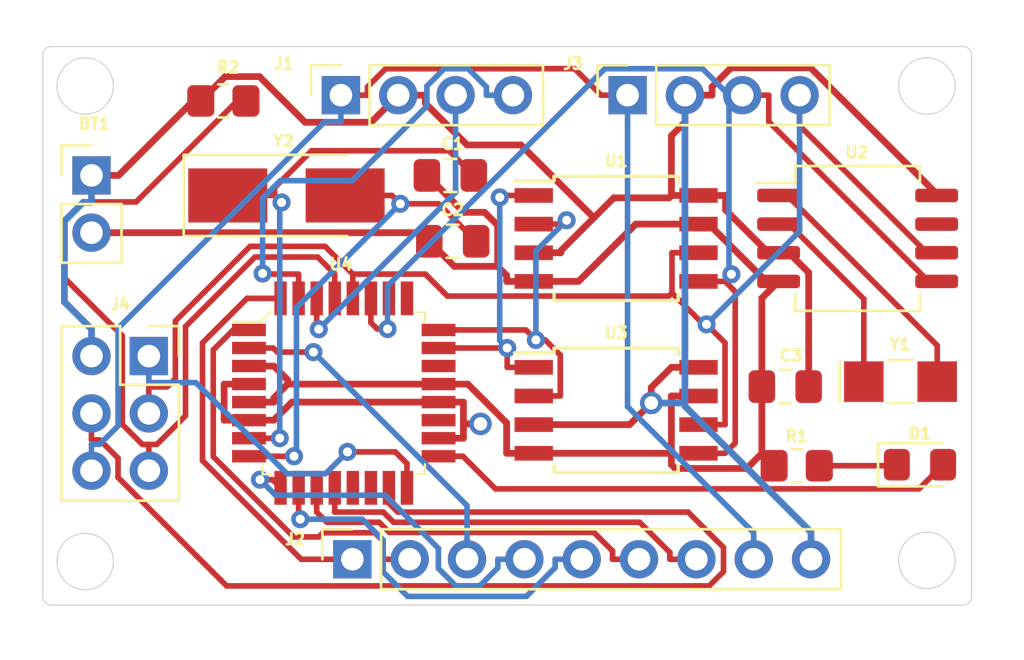
<source format=kicad_pcb>
(kicad_pcb (version 20171130) (host pcbnew 5.1.10-88a1d61d58~88~ubuntu20.04.1)

  (general
    (thickness 1.6)
    (drawings 12)
    (tracks 354)
    (zones 0)
    (modules 17)
    (nets 33)
  )

  (page USLetter)
  (title_block
    (title "Battery Powered Arduino Clone with Clock & Extended EEPROM")
    (date 2021-06-25)
    (rev 1)
    (company Lutzcraft)
    (comment 1 "David Lutz")
  )

  (layers
    (0 F.Cu signal)
    (1 In1.Cu power)
    (2 In2.Cu power)
    (31 B.Cu signal)
    (32 B.Adhes user)
    (33 F.Adhes user)
    (34 B.Paste user)
    (35 F.Paste user)
    (36 B.SilkS user)
    (37 F.SilkS user)
    (38 B.Mask user)
    (39 F.Mask user)
    (40 Dwgs.User user)
    (41 Cmts.User user)
    (42 Eco1.User user)
    (43 Eco2.User user)
    (44 Edge.Cuts user)
    (45 Margin user)
    (46 B.CrtYd user)
    (47 F.CrtYd user)
    (48 B.Fab user)
    (49 F.Fab user)
  )

  (setup
    (last_trace_width 0.25)
    (user_trace_width 0.3)
    (trace_clearance 0.2)
    (zone_clearance 0.508)
    (zone_45_only no)
    (trace_min 0.2)
    (via_size 0.8)
    (via_drill 0.4)
    (via_min_size 0.4)
    (via_min_drill 0.3)
    (user_via 1 0.6)
    (uvia_size 0.3)
    (uvia_drill 0.1)
    (uvias_allowed no)
    (uvia_min_size 0.2)
    (uvia_min_drill 0.1)
    (edge_width 0.05)
    (segment_width 0.2)
    (pcb_text_width 0.3)
    (pcb_text_size 1.5 1.5)
    (mod_edge_width 0.12)
    (mod_text_size 1 1)
    (mod_text_width 0.15)
    (pad_size 1.524 1.524)
    (pad_drill 0.762)
    (pad_to_mask_clearance 0)
    (aux_axis_origin 0 0)
    (visible_elements FFFFFF7F)
    (pcbplotparams
      (layerselection 0x010fc_ffffffff)
      (usegerberextensions false)
      (usegerberattributes true)
      (usegerberadvancedattributes true)
      (creategerberjobfile true)
      (excludeedgelayer true)
      (linewidth 0.100000)
      (plotframeref false)
      (viasonmask false)
      (mode 1)
      (useauxorigin false)
      (hpglpennumber 1)
      (hpglpenspeed 20)
      (hpglpendiameter 15.000000)
      (psnegative false)
      (psa4output false)
      (plotreference true)
      (plotvalue true)
      (plotinvisibletext false)
      (padsonsilk false)
      (subtractmaskfromsilk false)
      (outputformat 1)
      (mirror false)
      (drillshape 1)
      (scaleselection 1)
      (outputdirectory ""))
  )

  (net 0 "")
  (net 1 /Vcc)
  (net 2 GNDPWR)
  (net 3 "Net-(C1-Pad2)")
  (net 4 "Net-(C2-Pad2)")
  (net 5 "Net-(D1-Pad1)")
  (net 6 "Net-(D1-Pad2)")
  (net 7 /Connectors/GND)
  (net 8 /RX)
  (net 9 /TX)
  (net 10 /D2)
  (net 11 /D3)
  (net 12 /D4)
  (net 13 /D5)
  (net 14 /D6)
  (net 15 /D7)
  (net 16 /D8)
  (net 17 /SCL)
  (net 18 /SDA)
  (net 19 /MISO)
  (net 20 /MOSI)
  (net 21 /RESET)
  (net 22 /ADDS1)
  (net 23 /ADDS2)
  (net 24 "Net-(U2-Pad1)")
  (net 25 "Net-(U2-Pad2)")
  (net 26 "Net-(U2-Pad7)")
  (net 27 "Net-(U4-Pad13)")
  (net 28 "Net-(U4-Pad14)")
  (net 29 "Net-(U4-Pad19)")
  (net 30 "Net-(U4-Pad22)")
  (net 31 "Net-(U4-Pad25)")
  (net 32 "Net-(U4-Pad26)")

  (net_class Default "This is the default net class."
    (clearance 0.2)
    (trace_width 0.25)
    (via_dia 0.8)
    (via_drill 0.4)
    (uvia_dia 0.3)
    (uvia_drill 0.1)
    (add_net /ADDS1)
    (add_net /ADDS2)
    (add_net /Connectors/GND)
    (add_net /D2)
    (add_net /D3)
    (add_net /D4)
    (add_net /D5)
    (add_net /D6)
    (add_net /D7)
    (add_net /D8)
    (add_net /MISO)
    (add_net /MOSI)
    (add_net /RESET)
    (add_net /RX)
    (add_net /SCL)
    (add_net /SDA)
    (add_net /TX)
    (add_net "Net-(C1-Pad2)")
    (add_net "Net-(C2-Pad2)")
    (add_net "Net-(D1-Pad1)")
    (add_net "Net-(D1-Pad2)")
    (add_net "Net-(U2-Pad1)")
    (add_net "Net-(U2-Pad2)")
    (add_net "Net-(U2-Pad7)")
    (add_net "Net-(U4-Pad13)")
    (add_net "Net-(U4-Pad14)")
    (add_net "Net-(U4-Pad19)")
    (add_net "Net-(U4-Pad22)")
    (add_net "Net-(U4-Pad25)")
    (add_net "Net-(U4-Pad26)")
  )

  (net_class Power ""
    (clearance 0.2)
    (trace_width 0.3)
    (via_dia 1)
    (via_drill 0.6)
    (uvia_dia 0.3)
    (uvia_drill 0.1)
    (add_net /Vcc)
    (add_net GNDPWR)
  )

  (module Connector_PinHeader_2.54mm:PinHeader_1x02_P2.54mm_Vertical (layer F.Cu) (tedit 59FED5CC) (tstamp 60D63472)
    (at 68.961 100.076)
    (descr "Through hole straight pin header, 1x02, 2.54mm pitch, single row")
    (tags "Through hole pin header THT 1x02 2.54mm single row")
    (path /60D6C031)
    (fp_text reference BT1 (at 0.127 -2.286) (layer F.SilkS)
      (effects (font (size 0.5 0.5) (thickness 0.125)))
    )
    (fp_text value "Battery 3V" (at 0 4.87) (layer F.Fab)
      (effects (font (size 1 1) (thickness 0.15)))
    )
    (fp_line (start 1.8 -1.8) (end -1.8 -1.8) (layer F.CrtYd) (width 0.05))
    (fp_line (start 1.8 4.35) (end 1.8 -1.8) (layer F.CrtYd) (width 0.05))
    (fp_line (start -1.8 4.35) (end 1.8 4.35) (layer F.CrtYd) (width 0.05))
    (fp_line (start -1.8 -1.8) (end -1.8 4.35) (layer F.CrtYd) (width 0.05))
    (fp_line (start -1.33 -1.33) (end 0 -1.33) (layer F.SilkS) (width 0.12))
    (fp_line (start -1.33 0) (end -1.33 -1.33) (layer F.SilkS) (width 0.12))
    (fp_line (start -1.33 1.27) (end 1.33 1.27) (layer F.SilkS) (width 0.12))
    (fp_line (start 1.33 1.27) (end 1.33 3.87) (layer F.SilkS) (width 0.12))
    (fp_line (start -1.33 1.27) (end -1.33 3.87) (layer F.SilkS) (width 0.12))
    (fp_line (start -1.33 3.87) (end 1.33 3.87) (layer F.SilkS) (width 0.12))
    (fp_line (start -1.27 -0.635) (end -0.635 -1.27) (layer F.Fab) (width 0.1))
    (fp_line (start -1.27 3.81) (end -1.27 -0.635) (layer F.Fab) (width 0.1))
    (fp_line (start 1.27 3.81) (end -1.27 3.81) (layer F.Fab) (width 0.1))
    (fp_line (start 1.27 -1.27) (end 1.27 3.81) (layer F.Fab) (width 0.1))
    (fp_line (start -0.635 -1.27) (end 1.27 -1.27) (layer F.Fab) (width 0.1))
    (fp_text user %R (at 0 1.27 90) (layer F.Fab)
      (effects (font (size 1 1) (thickness 0.15)))
    )
    (pad 1 thru_hole rect (at 0 0) (size 1.7 1.7) (drill 1) (layers *.Cu *.Mask)
      (net 1 /Vcc))
    (pad 2 thru_hole oval (at 0 2.54) (size 1.7 1.7) (drill 1) (layers *.Cu *.Mask)
      (net 2 GNDPWR))
    (model ${KISYS3DMOD}/Connector_PinHeader_2.54mm.3dshapes/PinHeader_1x02_P2.54mm_Vertical.wrl
      (at (xyz 0 0 0))
      (scale (xyz 1 1 1))
      (rotate (xyz 0 0 0))
    )
  )

  (module Capacitor_SMD:C_0805_2012Metric_Pad1.18x1.45mm_HandSolder (layer F.Cu) (tedit 5F68FEEF) (tstamp 60D63483)
    (at 84.8575 100.076)
    (descr "Capacitor SMD 0805 (2012 Metric), square (rectangular) end terminal, IPC_7351 nominal with elongated pad for handsoldering. (Body size source: IPC-SM-782 page 76, https://www.pcb-3d.com/wordpress/wp-content/uploads/ipc-sm-782a_amendment_1_and_2.pdf, https://docs.google.com/spreadsheets/d/1BsfQQcO9C6DZCsRaXUlFlo91Tg2WpOkGARC1WS5S8t0/edit?usp=sharing), generated with kicad-footprint-generator")
    (tags "capacitor handsolder")
    (path /60D6CC38)
    (attr smd)
    (fp_text reference C1 (at 0.1055 -1.397) (layer F.SilkS)
      (effects (font (size 0.5 0.5) (thickness 0.125)))
    )
    (fp_text value "22 pF" (at 0 1.68) (layer F.Fab)
      (effects (font (size 1 1) (thickness 0.15)))
    )
    (fp_line (start 1.88 0.98) (end -1.88 0.98) (layer F.CrtYd) (width 0.05))
    (fp_line (start 1.88 -0.98) (end 1.88 0.98) (layer F.CrtYd) (width 0.05))
    (fp_line (start -1.88 -0.98) (end 1.88 -0.98) (layer F.CrtYd) (width 0.05))
    (fp_line (start -1.88 0.98) (end -1.88 -0.98) (layer F.CrtYd) (width 0.05))
    (fp_line (start -0.261252 0.735) (end 0.261252 0.735) (layer F.SilkS) (width 0.12))
    (fp_line (start -0.261252 -0.735) (end 0.261252 -0.735) (layer F.SilkS) (width 0.12))
    (fp_line (start 1 0.625) (end -1 0.625) (layer F.Fab) (width 0.1))
    (fp_line (start 1 -0.625) (end 1 0.625) (layer F.Fab) (width 0.1))
    (fp_line (start -1 -0.625) (end 1 -0.625) (layer F.Fab) (width 0.1))
    (fp_line (start -1 0.625) (end -1 -0.625) (layer F.Fab) (width 0.1))
    (fp_text user %R (at 0 0) (layer F.Fab)
      (effects (font (size 0.5 0.5) (thickness 0.08)))
    )
    (pad 1 smd roundrect (at -1.0375 0) (size 1.175 1.45) (layers F.Cu F.Paste F.Mask) (roundrect_rratio 0.212766)
      (net 2 GNDPWR))
    (pad 2 smd roundrect (at 1.0375 0) (size 1.175 1.45) (layers F.Cu F.Paste F.Mask) (roundrect_rratio 0.212766)
      (net 3 "Net-(C1-Pad2)"))
    (model ${KISYS3DMOD}/Capacitor_SMD.3dshapes/C_0805_2012Metric.wrl
      (at (xyz 0 0 0))
      (scale (xyz 1 1 1))
      (rotate (xyz 0 0 0))
    )
  )

  (module Capacitor_SMD:C_0805_2012Metric_Pad1.18x1.45mm_HandSolder (layer F.Cu) (tedit 5F68FEEF) (tstamp 60D63494)
    (at 84.963 102.997)
    (descr "Capacitor SMD 0805 (2012 Metric), square (rectangular) end terminal, IPC_7351 nominal with elongated pad for handsoldering. (Body size source: IPC-SM-782 page 76, https://www.pcb-3d.com/wordpress/wp-content/uploads/ipc-sm-782a_amendment_1_and_2.pdf, https://docs.google.com/spreadsheets/d/1BsfQQcO9C6DZCsRaXUlFlo91Tg2WpOkGARC1WS5S8t0/edit?usp=sharing), generated with kicad-footprint-generator")
    (tags "capacitor handsolder")
    (path /60D6D0AE)
    (attr smd)
    (fp_text reference C2 (at 0 -1.397) (layer F.SilkS)
      (effects (font (size 0.5 0.5) (thickness 0.125)))
    )
    (fp_text value "22 pF" (at 0 1.68) (layer F.Fab)
      (effects (font (size 1 1) (thickness 0.15)))
    )
    (fp_line (start -1 0.625) (end -1 -0.625) (layer F.Fab) (width 0.1))
    (fp_line (start -1 -0.625) (end 1 -0.625) (layer F.Fab) (width 0.1))
    (fp_line (start 1 -0.625) (end 1 0.625) (layer F.Fab) (width 0.1))
    (fp_line (start 1 0.625) (end -1 0.625) (layer F.Fab) (width 0.1))
    (fp_line (start -0.261252 -0.735) (end 0.261252 -0.735) (layer F.SilkS) (width 0.12))
    (fp_line (start -0.261252 0.735) (end 0.261252 0.735) (layer F.SilkS) (width 0.12))
    (fp_line (start -1.88 0.98) (end -1.88 -0.98) (layer F.CrtYd) (width 0.05))
    (fp_line (start -1.88 -0.98) (end 1.88 -0.98) (layer F.CrtYd) (width 0.05))
    (fp_line (start 1.88 -0.98) (end 1.88 0.98) (layer F.CrtYd) (width 0.05))
    (fp_line (start 1.88 0.98) (end -1.88 0.98) (layer F.CrtYd) (width 0.05))
    (fp_text user %R (at 0 0) (layer F.Fab)
      (effects (font (size 0.5 0.5) (thickness 0.08)))
    )
    (pad 2 smd roundrect (at 1.0375 0) (size 1.175 1.45) (layers F.Cu F.Paste F.Mask) (roundrect_rratio 0.212766)
      (net 4 "Net-(C2-Pad2)"))
    (pad 1 smd roundrect (at -1.0375 0) (size 1.175 1.45) (layers F.Cu F.Paste F.Mask) (roundrect_rratio 0.212766)
      (net 2 GNDPWR))
    (model ${KISYS3DMOD}/Capacitor_SMD.3dshapes/C_0805_2012Metric.wrl
      (at (xyz 0 0 0))
      (scale (xyz 1 1 1))
      (rotate (xyz 0 0 0))
    )
  )

  (module Capacitor_SMD:C_0805_2012Metric_Pad1.18x1.45mm_HandSolder (layer F.Cu) (tedit 5F68FEEF) (tstamp 60D634A5)
    (at 99.695 109.44 180)
    (descr "Capacitor SMD 0805 (2012 Metric), square (rectangular) end terminal, IPC_7351 nominal with elongated pad for handsoldering. (Body size source: IPC-SM-782 page 76, https://www.pcb-3d.com/wordpress/wp-content/uploads/ipc-sm-782a_amendment_1_and_2.pdf, https://docs.google.com/spreadsheets/d/1BsfQQcO9C6DZCsRaXUlFlo91Tg2WpOkGARC1WS5S8t0/edit?usp=sharing), generated with kicad-footprint-generator")
    (tags "capacitor handsolder")
    (path /60D6F410)
    (attr smd)
    (fp_text reference C3 (at -0.254 1.363) (layer F.SilkS)
      (effects (font (size 0.5 0.5) (thickness 0.125)))
    )
    (fp_text value "10 μF" (at 0 1.68) (layer F.Fab)
      (effects (font (size 1 1) (thickness 0.15)))
    )
    (fp_line (start 1.88 0.98) (end -1.88 0.98) (layer F.CrtYd) (width 0.05))
    (fp_line (start 1.88 -0.98) (end 1.88 0.98) (layer F.CrtYd) (width 0.05))
    (fp_line (start -1.88 -0.98) (end 1.88 -0.98) (layer F.CrtYd) (width 0.05))
    (fp_line (start -1.88 0.98) (end -1.88 -0.98) (layer F.CrtYd) (width 0.05))
    (fp_line (start -0.261252 0.735) (end 0.261252 0.735) (layer F.SilkS) (width 0.12))
    (fp_line (start -0.261252 -0.735) (end 0.261252 -0.735) (layer F.SilkS) (width 0.12))
    (fp_line (start 1 0.625) (end -1 0.625) (layer F.Fab) (width 0.1))
    (fp_line (start 1 -0.625) (end 1 0.625) (layer F.Fab) (width 0.1))
    (fp_line (start -1 -0.625) (end 1 -0.625) (layer F.Fab) (width 0.1))
    (fp_line (start -1 0.625) (end -1 -0.625) (layer F.Fab) (width 0.1))
    (fp_text user %R (at 0 0) (layer F.Fab)
      (effects (font (size 0.5 0.5) (thickness 0.08)))
    )
    (pad 1 smd roundrect (at -1.0375 0 180) (size 1.175 1.45) (layers F.Cu F.Paste F.Mask) (roundrect_rratio 0.212766)
      (net 1 /Vcc))
    (pad 2 smd roundrect (at 1.0375 0 180) (size 1.175 1.45) (layers F.Cu F.Paste F.Mask) (roundrect_rratio 0.212766)
      (net 2 GNDPWR))
    (model ${KISYS3DMOD}/Capacitor_SMD.3dshapes/C_0805_2012Metric.wrl
      (at (xyz 0 0 0))
      (scale (xyz 1 1 1))
      (rotate (xyz 0 0 0))
    )
  )

  (module LED_SMD:LED_0805_2012Metric_Pad1.15x1.40mm_HandSolder (layer F.Cu) (tedit 5F68FEF1) (tstamp 60D634B8)
    (at 105.664 112.903)
    (descr "LED SMD 0805 (2012 Metric), square (rectangular) end terminal, IPC_7351 nominal, (Body size source: https://docs.google.com/spreadsheets/d/1BsfQQcO9C6DZCsRaXUlFlo91Tg2WpOkGARC1WS5S8t0/edit?usp=sharing), generated with kicad-footprint-generator")
    (tags "LED handsolder")
    (path /60D714CD)
    (attr smd)
    (fp_text reference D1 (at 0 -1.397) (layer F.SilkS)
      (effects (font (size 0.5 0.5) (thickness 0.125)))
    )
    (fp_text value LED (at 0 1.65) (layer F.Fab)
      (effects (font (size 1 1) (thickness 0.15)))
    )
    (fp_line (start 1.85 0.95) (end -1.85 0.95) (layer F.CrtYd) (width 0.05))
    (fp_line (start 1.85 -0.95) (end 1.85 0.95) (layer F.CrtYd) (width 0.05))
    (fp_line (start -1.85 -0.95) (end 1.85 -0.95) (layer F.CrtYd) (width 0.05))
    (fp_line (start -1.85 0.95) (end -1.85 -0.95) (layer F.CrtYd) (width 0.05))
    (fp_line (start -1.86 0.96) (end 1 0.96) (layer F.SilkS) (width 0.12))
    (fp_line (start -1.86 -0.96) (end -1.86 0.96) (layer F.SilkS) (width 0.12))
    (fp_line (start 1 -0.96) (end -1.86 -0.96) (layer F.SilkS) (width 0.12))
    (fp_line (start 1 0.6) (end 1 -0.6) (layer F.Fab) (width 0.1))
    (fp_line (start -1 0.6) (end 1 0.6) (layer F.Fab) (width 0.1))
    (fp_line (start -1 -0.3) (end -1 0.6) (layer F.Fab) (width 0.1))
    (fp_line (start -0.7 -0.6) (end -1 -0.3) (layer F.Fab) (width 0.1))
    (fp_line (start 1 -0.6) (end -0.7 -0.6) (layer F.Fab) (width 0.1))
    (fp_text user %R (at 0 0) (layer F.Fab)
      (effects (font (size 0.5 0.5) (thickness 0.08)))
    )
    (pad 1 smd roundrect (at -1.025 0) (size 1.15 1.4) (layers F.Cu F.Paste F.Mask) (roundrect_rratio 0.217391)
      (net 5 "Net-(D1-Pad1)"))
    (pad 2 smd roundrect (at 1.025 0) (size 1.15 1.4) (layers F.Cu F.Paste F.Mask) (roundrect_rratio 0.217391)
      (net 6 "Net-(D1-Pad2)"))
    (model ${KISYS3DMOD}/LED_SMD.3dshapes/LED_0805_2012Metric.wrl
      (at (xyz 0 0 0))
      (scale (xyz 1 1 1))
      (rotate (xyz 0 0 0))
    )
  )

  (module Resistor_SMD:R_0805_2012Metric_Pad1.20x1.40mm_HandSolder (layer F.Cu) (tedit 5F68FEEE) (tstamp 60D63532)
    (at 100.203 112.948 180)
    (descr "Resistor SMD 0805 (2012 Metric), square (rectangular) end terminal, IPC_7351 nominal with elongated pad for handsoldering. (Body size source: IPC-SM-782 page 72, https://www.pcb-3d.com/wordpress/wp-content/uploads/ipc-sm-782a_amendment_1_and_2.pdf), generated with kicad-footprint-generator")
    (tags "resistor handsolder")
    (path /60E2364B)
    (attr smd)
    (fp_text reference R1 (at 0 1.315) (layer F.SilkS)
      (effects (font (size 0.5 0.5) (thickness 0.125)))
    )
    (fp_text value "330 Ω" (at 0 1.65) (layer F.Fab)
      (effects (font (size 1 1) (thickness 0.15)))
    )
    (fp_line (start 1.85 0.95) (end -1.85 0.95) (layer F.CrtYd) (width 0.05))
    (fp_line (start 1.85 -0.95) (end 1.85 0.95) (layer F.CrtYd) (width 0.05))
    (fp_line (start -1.85 -0.95) (end 1.85 -0.95) (layer F.CrtYd) (width 0.05))
    (fp_line (start -1.85 0.95) (end -1.85 -0.95) (layer F.CrtYd) (width 0.05))
    (fp_line (start -0.227064 0.735) (end 0.227064 0.735) (layer F.SilkS) (width 0.12))
    (fp_line (start -0.227064 -0.735) (end 0.227064 -0.735) (layer F.SilkS) (width 0.12))
    (fp_line (start 1 0.625) (end -1 0.625) (layer F.Fab) (width 0.1))
    (fp_line (start 1 -0.625) (end 1 0.625) (layer F.Fab) (width 0.1))
    (fp_line (start -1 -0.625) (end 1 -0.625) (layer F.Fab) (width 0.1))
    (fp_line (start -1 0.625) (end -1 -0.625) (layer F.Fab) (width 0.1))
    (fp_text user %R (at 0 0) (layer F.Fab)
      (effects (font (size 0.5 0.5) (thickness 0.08)))
    )
    (pad 1 smd roundrect (at -1 0 180) (size 1.2 1.4) (layers F.Cu F.Paste F.Mask) (roundrect_rratio 0.208333)
      (net 5 "Net-(D1-Pad1)"))
    (pad 2 smd roundrect (at 1 0 180) (size 1.2 1.4) (layers F.Cu F.Paste F.Mask) (roundrect_rratio 0.208333)
      (net 2 GNDPWR))
    (model ${KISYS3DMOD}/Resistor_SMD.3dshapes/R_0805_2012Metric.wrl
      (at (xyz 0 0 0))
      (scale (xyz 1 1 1))
      (rotate (xyz 0 0 0))
    )
  )

  (module Resistor_SMD:R_0805_2012Metric_Pad1.20x1.40mm_HandSolder (layer F.Cu) (tedit 5F68FEEE) (tstamp 60D63543)
    (at 74.803 96.774 180)
    (descr "Resistor SMD 0805 (2012 Metric), square (rectangular) end terminal, IPC_7351 nominal with elongated pad for handsoldering. (Body size source: IPC-SM-782 page 72, https://www.pcb-3d.com/wordpress/wp-content/uploads/ipc-sm-782a_amendment_1_and_2.pdf), generated with kicad-footprint-generator")
    (tags "resistor handsolder")
    (path /60D731B1)
    (attr smd)
    (fp_text reference R2 (at -0.21 1.485) (layer F.SilkS)
      (effects (font (size 0.5 0.5) (thickness 0.125)))
    )
    (fp_text value "10K Ω" (at 0 1.65) (layer F.Fab)
      (effects (font (size 1 1) (thickness 0.15)))
    )
    (fp_line (start -1 0.625) (end -1 -0.625) (layer F.Fab) (width 0.1))
    (fp_line (start -1 -0.625) (end 1 -0.625) (layer F.Fab) (width 0.1))
    (fp_line (start 1 -0.625) (end 1 0.625) (layer F.Fab) (width 0.1))
    (fp_line (start 1 0.625) (end -1 0.625) (layer F.Fab) (width 0.1))
    (fp_line (start -0.227064 -0.735) (end 0.227064 -0.735) (layer F.SilkS) (width 0.12))
    (fp_line (start -0.227064 0.735) (end 0.227064 0.735) (layer F.SilkS) (width 0.12))
    (fp_line (start -1.85 0.95) (end -1.85 -0.95) (layer F.CrtYd) (width 0.05))
    (fp_line (start -1.85 -0.95) (end 1.85 -0.95) (layer F.CrtYd) (width 0.05))
    (fp_line (start 1.85 -0.95) (end 1.85 0.95) (layer F.CrtYd) (width 0.05))
    (fp_line (start 1.85 0.95) (end -1.85 0.95) (layer F.CrtYd) (width 0.05))
    (fp_text user %R (at 0 0) (layer F.Fab)
      (effects (font (size 0.5 0.5) (thickness 0.08)))
    )
    (pad 2 smd roundrect (at 1 0 180) (size 1.2 1.4) (layers F.Cu F.Paste F.Mask) (roundrect_rratio 0.208333)
      (net 1 /Vcc))
    (pad 1 smd roundrect (at -1 0 180) (size 1.2 1.4) (layers F.Cu F.Paste F.Mask) (roundrect_rratio 0.208333)
      (net 21 /RESET))
    (model ${KISYS3DMOD}/Resistor_SMD.3dshapes/R_0805_2012Metric.wrl
      (at (xyz 0 0 0))
      (scale (xyz 1 1 1))
      (rotate (xyz 0 0 0))
    )
  )

  (module Package_SO:SOIJ-8_5.3x5.3mm_P1.27mm (layer F.Cu) (tedit 5A02F2D3) (tstamp 60D63560)
    (at 92.202 102.87)
    (descr "8-Lead Plastic Small Outline (SM) - Medium, 5.28 mm Body [SOIC] (see Microchip Packaging Specification 00000049BS.pdf)")
    (tags "SOIC 1.27")
    (path /60DA6339)
    (attr smd)
    (fp_text reference U1 (at 0 -3.429) (layer F.SilkS)
      (effects (font (size 0.5 0.5) (thickness 0.125)))
    )
    (fp_text value 24LC1025 (at 0 3.68) (layer F.Fab)
      (effects (font (size 1 1) (thickness 0.15)))
    )
    (fp_line (start -2.75 -2.55) (end -4.5 -2.55) (layer F.SilkS) (width 0.15))
    (fp_line (start -2.75 2.755) (end 2.75 2.755) (layer F.SilkS) (width 0.15))
    (fp_line (start -2.75 -2.755) (end 2.75 -2.755) (layer F.SilkS) (width 0.15))
    (fp_line (start -2.75 2.755) (end -2.75 2.455) (layer F.SilkS) (width 0.15))
    (fp_line (start 2.75 2.755) (end 2.75 2.455) (layer F.SilkS) (width 0.15))
    (fp_line (start 2.75 -2.755) (end 2.75 -2.455) (layer F.SilkS) (width 0.15))
    (fp_line (start -2.75 -2.755) (end -2.75 -2.55) (layer F.SilkS) (width 0.15))
    (fp_line (start -4.75 2.95) (end 4.75 2.95) (layer F.CrtYd) (width 0.05))
    (fp_line (start -4.75 -2.95) (end 4.75 -2.95) (layer F.CrtYd) (width 0.05))
    (fp_line (start 4.75 -2.95) (end 4.75 2.95) (layer F.CrtYd) (width 0.05))
    (fp_line (start -4.75 -2.95) (end -4.75 2.95) (layer F.CrtYd) (width 0.05))
    (fp_line (start -2.65 -1.65) (end -1.65 -2.65) (layer F.Fab) (width 0.15))
    (fp_line (start -2.65 2.65) (end -2.65 -1.65) (layer F.Fab) (width 0.15))
    (fp_line (start 2.65 2.65) (end -2.65 2.65) (layer F.Fab) (width 0.15))
    (fp_line (start 2.65 -2.65) (end 2.65 2.65) (layer F.Fab) (width 0.15))
    (fp_line (start -1.65 -2.65) (end 2.65 -2.65) (layer F.Fab) (width 0.15))
    (fp_text user %R (at 0 0) (layer F.Fab)
      (effects (font (size 1 1) (thickness 0.15)))
    )
    (pad 1 smd rect (at -3.65 -1.905) (size 1.7 0.65) (layers F.Cu F.Paste F.Mask)
      (net 22 /ADDS1))
    (pad 2 smd rect (at -3.65 -0.635) (size 1.7 0.65) (layers F.Cu F.Paste F.Mask)
      (net 23 /ADDS2))
    (pad 3 smd rect (at -3.65 0.635) (size 1.7 0.65) (layers F.Cu F.Paste F.Mask)
      (net 1 /Vcc))
    (pad 4 smd rect (at -3.65 1.905) (size 1.7 0.65) (layers F.Cu F.Paste F.Mask)
      (net 2 GNDPWR))
    (pad 5 smd rect (at 3.65 1.905) (size 1.7 0.65) (layers F.Cu F.Paste F.Mask)
      (net 18 /SDA))
    (pad 6 smd rect (at 3.65 0.635) (size 1.7 0.65) (layers F.Cu F.Paste F.Mask)
      (net 17 /SCL))
    (pad 7 smd rect (at 3.65 -0.635) (size 1.7 0.65) (layers F.Cu F.Paste F.Mask)
      (net 2 GNDPWR))
    (pad 8 smd rect (at 3.65 -1.905) (size 1.7 0.65) (layers F.Cu F.Paste F.Mask)
      (net 1 /Vcc))
    (model ${KISYS3DMOD}/Package_SO.3dshapes/SOIJ-8_5.3x5.3mm_P1.27mm.wrl
      (at (xyz 0 0 0))
      (scale (xyz 1 1 1))
      (rotate (xyz 0 0 0))
    )
  )

  (module Package_SO:SO-8_5.3x6.2mm_P1.27mm (layer F.Cu) (tedit 5EA5315B) (tstamp 60D6357F)
    (at 102.901 102.87)
    (descr "SO, 8 Pin (https://www.ti.com/lit/ml/msop001a/msop001a.pdf), generated with kicad-footprint-generator ipc_gullwing_generator.py")
    (tags "SO SO")
    (path /60D83E7A)
    (attr smd)
    (fp_text reference U2 (at -0.031 -3.81) (layer F.SilkS)
      (effects (font (size 0.5 0.5) (thickness 0.125)))
    )
    (fp_text value DS1337S+ (at 0 4.05) (layer F.Fab)
      (effects (font (size 1 1) (thickness 0.15)))
    )
    (fp_line (start 4.7 -3.35) (end -4.7 -3.35) (layer F.CrtYd) (width 0.05))
    (fp_line (start 4.7 3.35) (end 4.7 -3.35) (layer F.CrtYd) (width 0.05))
    (fp_line (start -4.7 3.35) (end 4.7 3.35) (layer F.CrtYd) (width 0.05))
    (fp_line (start -4.7 -3.35) (end -4.7 3.35) (layer F.CrtYd) (width 0.05))
    (fp_line (start -2.65 -2.1) (end -1.65 -3.1) (layer F.Fab) (width 0.1))
    (fp_line (start -2.65 3.1) (end -2.65 -2.1) (layer F.Fab) (width 0.1))
    (fp_line (start 2.65 3.1) (end -2.65 3.1) (layer F.Fab) (width 0.1))
    (fp_line (start 2.65 -3.1) (end 2.65 3.1) (layer F.Fab) (width 0.1))
    (fp_line (start -1.65 -3.1) (end 2.65 -3.1) (layer F.Fab) (width 0.1))
    (fp_line (start -2.76 -2.465) (end -4.45 -2.465) (layer F.SilkS) (width 0.12))
    (fp_line (start -2.76 -3.21) (end -2.76 -2.465) (layer F.SilkS) (width 0.12))
    (fp_line (start 0 -3.21) (end -2.76 -3.21) (layer F.SilkS) (width 0.12))
    (fp_line (start 2.76 -3.21) (end 2.76 -2.465) (layer F.SilkS) (width 0.12))
    (fp_line (start 0 -3.21) (end 2.76 -3.21) (layer F.SilkS) (width 0.12))
    (fp_line (start -2.76 3.21) (end -2.76 2.465) (layer F.SilkS) (width 0.12))
    (fp_line (start 0 3.21) (end -2.76 3.21) (layer F.SilkS) (width 0.12))
    (fp_line (start 2.76 3.21) (end 2.76 2.465) (layer F.SilkS) (width 0.12))
    (fp_line (start 0 3.21) (end 2.76 3.21) (layer F.SilkS) (width 0.12))
    (fp_text user %R (at 0 0) (layer F.Fab)
      (effects (font (size 1 1) (thickness 0.15)))
    )
    (pad 1 smd roundrect (at -3.5 -1.905) (size 1.9 0.6) (layers F.Cu F.Paste F.Mask) (roundrect_rratio 0.25)
      (net 24 "Net-(U2-Pad1)"))
    (pad 2 smd roundrect (at -3.5 -0.635) (size 1.9 0.6) (layers F.Cu F.Paste F.Mask) (roundrect_rratio 0.25)
      (net 25 "Net-(U2-Pad2)"))
    (pad 3 smd roundrect (at -3.5 0.635) (size 1.9 0.6) (layers F.Cu F.Paste F.Mask) (roundrect_rratio 0.25)
      (net 1 /Vcc))
    (pad 4 smd roundrect (at -3.5 1.905) (size 1.9 0.6) (layers F.Cu F.Paste F.Mask) (roundrect_rratio 0.25)
      (net 2 GNDPWR))
    (pad 5 smd roundrect (at 3.5 1.905) (size 1.9 0.6) (layers F.Cu F.Paste F.Mask) (roundrect_rratio 0.25)
      (net 18 /SDA))
    (pad 6 smd roundrect (at 3.5 0.635) (size 1.9 0.6) (layers F.Cu F.Paste F.Mask) (roundrect_rratio 0.25)
      (net 17 /SCL))
    (pad 7 smd roundrect (at 3.5 -0.635) (size 1.9 0.6) (layers F.Cu F.Paste F.Mask) (roundrect_rratio 0.25)
      (net 26 "Net-(U2-Pad7)"))
    (pad 8 smd roundrect (at 3.5 -1.905) (size 1.9 0.6) (layers F.Cu F.Paste F.Mask) (roundrect_rratio 0.25)
      (net 1 /Vcc))
    (model ${KISYS3DMOD}/Package_SO.3dshapes/SO-8_5.3x6.2mm_P1.27mm.wrl
      (at (xyz 0 0 0))
      (scale (xyz 1 1 1))
      (rotate (xyz 0 0 0))
    )
  )

  (module Package_SO:SOIJ-8_5.3x5.3mm_P1.27mm (layer F.Cu) (tedit 5A02F2D3) (tstamp 60D6359C)
    (at 92.202 110.49)
    (descr "8-Lead Plastic Small Outline (SM) - Medium, 5.28 mm Body [SOIC] (see Microchip Packaging Specification 00000049BS.pdf)")
    (tags "SOIC 1.27")
    (path /60D73BA9)
    (attr smd)
    (fp_text reference U3 (at 0 -3.429) (layer F.SilkS)
      (effects (font (size 0.5 0.5) (thickness 0.125)))
    )
    (fp_text value 24LC1025 (at 0 3.68) (layer F.Fab)
      (effects (font (size 1 1) (thickness 0.15)))
    )
    (fp_line (start -1.65 -2.65) (end 2.65 -2.65) (layer F.Fab) (width 0.15))
    (fp_line (start 2.65 -2.65) (end 2.65 2.65) (layer F.Fab) (width 0.15))
    (fp_line (start 2.65 2.65) (end -2.65 2.65) (layer F.Fab) (width 0.15))
    (fp_line (start -2.65 2.65) (end -2.65 -1.65) (layer F.Fab) (width 0.15))
    (fp_line (start -2.65 -1.65) (end -1.65 -2.65) (layer F.Fab) (width 0.15))
    (fp_line (start -4.75 -2.95) (end -4.75 2.95) (layer F.CrtYd) (width 0.05))
    (fp_line (start 4.75 -2.95) (end 4.75 2.95) (layer F.CrtYd) (width 0.05))
    (fp_line (start -4.75 -2.95) (end 4.75 -2.95) (layer F.CrtYd) (width 0.05))
    (fp_line (start -4.75 2.95) (end 4.75 2.95) (layer F.CrtYd) (width 0.05))
    (fp_line (start -2.75 -2.755) (end -2.75 -2.55) (layer F.SilkS) (width 0.15))
    (fp_line (start 2.75 -2.755) (end 2.75 -2.455) (layer F.SilkS) (width 0.15))
    (fp_line (start 2.75 2.755) (end 2.75 2.455) (layer F.SilkS) (width 0.15))
    (fp_line (start -2.75 2.755) (end -2.75 2.455) (layer F.SilkS) (width 0.15))
    (fp_line (start -2.75 -2.755) (end 2.75 -2.755) (layer F.SilkS) (width 0.15))
    (fp_line (start -2.75 2.755) (end 2.75 2.755) (layer F.SilkS) (width 0.15))
    (fp_line (start -2.75 -2.55) (end -4.5 -2.55) (layer F.SilkS) (width 0.15))
    (fp_text user %R (at 0 0) (layer F.Fab)
      (effects (font (size 1 1) (thickness 0.15)))
    )
    (pad 8 smd rect (at 3.65 -1.905) (size 1.7 0.65) (layers F.Cu F.Paste F.Mask)
      (net 1 /Vcc))
    (pad 7 smd rect (at 3.65 -0.635) (size 1.7 0.65) (layers F.Cu F.Paste F.Mask)
      (net 2 GNDPWR))
    (pad 6 smd rect (at 3.65 0.635) (size 1.7 0.65) (layers F.Cu F.Paste F.Mask)
      (net 17 /SCL))
    (pad 5 smd rect (at 3.65 1.905) (size 1.7 0.65) (layers F.Cu F.Paste F.Mask)
      (net 18 /SDA))
    (pad 4 smd rect (at -3.65 1.905) (size 1.7 0.65) (layers F.Cu F.Paste F.Mask)
      (net 2 GNDPWR))
    (pad 3 smd rect (at -3.65 0.635) (size 1.7 0.65) (layers F.Cu F.Paste F.Mask)
      (net 1 /Vcc))
    (pad 2 smd rect (at -3.65 -0.635) (size 1.7 0.65) (layers F.Cu F.Paste F.Mask)
      (net 23 /ADDS2))
    (pad 1 smd rect (at -3.65 -1.905) (size 1.7 0.65) (layers F.Cu F.Paste F.Mask)
      (net 22 /ADDS1))
    (model ${KISYS3DMOD}/Package_SO.3dshapes/SOIJ-8_5.3x5.3mm_P1.27mm.wrl
      (at (xyz 0 0 0))
      (scale (xyz 1 1 1))
      (rotate (xyz 0 0 0))
    )
  )

  (module digikey-footprints:TQFP-32_7x7mm (layer F.Cu) (tedit 5D28AA5E) (tstamp 60D635D4)
    (at 80.137 109.728)
    (descr http://www.atmel.com/Images/Atmel-8826-SEEPROM-PCB-Mounting-Guidelines-Surface-Mount-Packages-ApplicationNote.pdf)
    (path /60D7A831)
    (attr smd)
    (fp_text reference U4 (at -0.127 -5.715) (layer F.SilkS)
      (effects (font (size 0.5 0.5) (thickness 0.125)))
    )
    (fp_text value ATMEGA328-AU (at 0 6.2) (layer F.Fab)
      (effects (font (size 1 1) (thickness 0.15)))
    )
    (fp_line (start 3.5 -3.5) (end 3.5 3.5) (layer F.Fab) (width 0.1))
    (fp_line (start -3.5 3.5) (end 3.5 3.5) (layer F.Fab) (width 0.1))
    (fp_line (start -3.5 -3.2) (end -3.2 -3.5) (layer F.Fab) (width 0.1))
    (fp_line (start -3.2 -3.5) (end 3.5 -3.5) (layer F.Fab) (width 0.1))
    (fp_line (start -3.5 -3.2) (end -3.5 3.5) (layer F.Fab) (width 0.1))
    (fp_line (start -3.6 3.6) (end -3.6 3.15) (layer F.SilkS) (width 0.1))
    (fp_line (start -3.6 3.6) (end -3.15 3.6) (layer F.SilkS) (width 0.1))
    (fp_line (start 3.6 3.6) (end 3.15 3.6) (layer F.SilkS) (width 0.1))
    (fp_line (start 3.6 3.6) (end 3.6 3.15) (layer F.SilkS) (width 0.1))
    (fp_line (start 3.6 -3.6) (end 3.6 -3.15) (layer F.SilkS) (width 0.1))
    (fp_line (start 3.6 -3.6) (end 3.15 -3.6) (layer F.SilkS) (width 0.1))
    (fp_line (start -3.6 -3.15) (end -4.9 -3.15) (layer F.SilkS) (width 0.1))
    (fp_line (start -3.6 -3.25) (end -3.6 -3.15) (layer F.SilkS) (width 0.1))
    (fp_line (start -3.25 -3.6) (end -3.6 -3.25) (layer F.SilkS) (width 0.1))
    (fp_line (start -3.15 -3.6) (end -3.25 -3.6) (layer F.SilkS) (width 0.1))
    (fp_line (start -5.2 -5.2) (end 5.2 -5.2) (layer F.CrtYd) (width 0.05))
    (fp_line (start 5.2 -5.2) (end 5.2 5.2) (layer F.CrtYd) (width 0.05))
    (fp_line (start -5.2 -5.2) (end -5.2 5.2) (layer F.CrtYd) (width 0.05))
    (fp_line (start -5.2 5.2) (end 5.2 5.2) (layer F.CrtYd) (width 0.05))
    (fp_text user %R (at 0 0) (layer F.Fab)
      (effects (font (size 1 1) (thickness 0.15)))
    )
    (pad 9 smd rect (at -2.8 4.2) (size 0.55 1.5) (layers F.Cu F.Paste F.Mask)
      (net 13 /D5))
    (pad 1 smd rect (at -4.2 -2.8) (size 1.5 0.55) (layers F.Cu F.Paste F.Mask)
      (net 11 /D3))
    (pad 2 smd rect (at -4.2 -2) (size 1.5 0.55) (layers F.Cu F.Paste F.Mask)
      (net 12 /D4))
    (pad 3 smd rect (at -4.2 -1.2) (size 1.5 0.55) (layers F.Cu F.Paste F.Mask)
      (net 2 GNDPWR))
    (pad 4 smd rect (at -4.2 -0.4) (size 1.5 0.55) (layers F.Cu F.Paste F.Mask)
      (net 1 /Vcc))
    (pad 5 smd rect (at -4.2 0.4) (size 1.5 0.55) (layers F.Cu F.Paste F.Mask)
      (net 2 GNDPWR))
    (pad 6 smd rect (at -4.2 1.2) (size 1.5 0.55) (layers F.Cu F.Paste F.Mask)
      (net 1 /Vcc))
    (pad 7 smd rect (at -4.2 2) (size 1.5 0.55) (layers F.Cu F.Paste F.Mask)
      (net 3 "Net-(C1-Pad2)"))
    (pad 8 smd rect (at -4.2 2.8) (size 1.5 0.55) (layers F.Cu F.Paste F.Mask)
      (net 4 "Net-(C2-Pad2)"))
    (pad 10 smd rect (at -2 4.2) (size 0.55 1.5) (layers F.Cu F.Paste F.Mask)
      (net 14 /D6))
    (pad 11 smd rect (at -1.2 4.2) (size 0.55 1.5) (layers F.Cu F.Paste F.Mask)
      (net 15 /D7))
    (pad 12 smd rect (at -0.4 4.2) (size 0.55 1.5) (layers F.Cu F.Paste F.Mask)
      (net 16 /D8))
    (pad 13 smd rect (at 0.4 4.2) (size 0.55 1.5) (layers F.Cu F.Paste F.Mask)
      (net 27 "Net-(U4-Pad13)"))
    (pad 14 smd rect (at 1.2 4.2) (size 0.55 1.5) (layers F.Cu F.Paste F.Mask)
      (net 28 "Net-(U4-Pad14)"))
    (pad 15 smd rect (at 2 4.2) (size 0.55 1.5) (layers F.Cu F.Paste F.Mask)
      (net 20 /MOSI))
    (pad 16 smd rect (at 2.8 4.2) (size 0.55 1.5) (layers F.Cu F.Paste F.Mask)
      (net 19 /MISO))
    (pad 17 smd rect (at 4.2 2.8) (size 1.5 0.55) (layers F.Cu F.Paste F.Mask)
      (net 6 "Net-(D1-Pad2)"))
    (pad 18 smd rect (at 4.2 2) (size 1.5 0.55) (layers F.Cu F.Paste F.Mask)
      (net 1 /Vcc))
    (pad 19 smd rect (at 4.2 1.2) (size 1.5 0.55) (layers F.Cu F.Paste F.Mask)
      (net 29 "Net-(U4-Pad19)"))
    (pad 20 smd rect (at 4.2 0.4) (size 1.5 0.55) (layers F.Cu F.Paste F.Mask)
      (net 1 /Vcc))
    (pad 21 smd rect (at 4.2 -0.4) (size 1.5 0.55) (layers F.Cu F.Paste F.Mask)
      (net 2 GNDPWR))
    (pad 22 smd rect (at 4.2 -1.2) (size 1.5 0.55) (layers F.Cu F.Paste F.Mask)
      (net 30 "Net-(U4-Pad22)"))
    (pad 23 smd rect (at 4.2 -2) (size 1.5 0.55) (layers F.Cu F.Paste F.Mask)
      (net 22 /ADDS1))
    (pad 24 smd rect (at 4.2 -2.8) (size 1.5 0.55) (layers F.Cu F.Paste F.Mask)
      (net 23 /ADDS2))
    (pad 25 smd rect (at 2.8 -4.2) (size 0.55 1.5) (layers F.Cu F.Paste F.Mask)
      (net 31 "Net-(U4-Pad25)"))
    (pad 26 smd rect (at 2 -4.2) (size 0.55 1.5) (layers F.Cu F.Paste F.Mask)
      (net 32 "Net-(U4-Pad26)"))
    (pad 27 smd rect (at 1.2 -4.2) (size 0.55 1.5) (layers F.Cu F.Paste F.Mask)
      (net 18 /SDA))
    (pad 28 smd rect (at 0.4 -4.2) (size 0.55 1.5) (layers F.Cu F.Paste F.Mask)
      (net 17 /SCL))
    (pad 29 smd rect (at -0.4 -4.2) (size 0.55 1.5) (layers F.Cu F.Paste F.Mask)
      (net 21 /RESET))
    (pad 30 smd rect (at -1.2 -4.2) (size 0.55 1.5) (layers F.Cu F.Paste F.Mask)
      (net 8 /RX))
    (pad 31 smd rect (at -2 -4.2) (size 0.55 1.5) (layers F.Cu F.Paste F.Mask)
      (net 9 /TX))
    (pad 32 smd rect (at -2.8 -4.2) (size 0.55 1.5) (layers F.Cu F.Paste F.Mask)
      (net 10 /D2))
  )

  (module Crystal:Crystal_SMD_MicroCrystal_CC7V-T1A-2Pin_3.2x1.5mm_HandSoldering (layer F.Cu) (tedit 5A0FD1B2) (tstamp 60D635E7)
    (at 104.801 109.22)
    (descr "SMD Crystal MicroCrystal CC7V-T1A/CM7V-T1A series http://www.microcrystal.com/images/_Product-Documentation/01_TF_ceramic_Packages/01_Datasheet/CC1V-T1A.pdf, hand-soldering, 3.2x1.5mm^2 package")
    (tags "SMD SMT crystal hand-soldering")
    (path /60D86F93)
    (attr smd)
    (fp_text reference Y1 (at -0.026 -1.651) (layer F.SilkS)
      (effects (font (size 0.5 0.5) (thickness 0.125)))
    )
    (fp_text value "Crystal 32KHz" (at 0 1.95) (layer F.Fab)
      (effects (font (size 1 1) (thickness 0.15)))
    )
    (fp_line (start 2.8 -1.2) (end -2.8 -1.2) (layer F.CrtYd) (width 0.05))
    (fp_line (start 2.8 1.2) (end 2.8 -1.2) (layer F.CrtYd) (width 0.05))
    (fp_line (start -2.8 1.2) (end 2.8 1.2) (layer F.CrtYd) (width 0.05))
    (fp_line (start -2.8 -1.2) (end -2.8 1.2) (layer F.CrtYd) (width 0.05))
    (fp_line (start -2.7 -0.9) (end -2.7 0.9) (layer F.SilkS) (width 0.12))
    (fp_line (start -0.55 0.95) (end 0.55 0.95) (layer F.SilkS) (width 0.12))
    (fp_line (start -0.55 -0.95) (end 0.55 -0.95) (layer F.SilkS) (width 0.12))
    (fp_line (start -1.6 0.25) (end -1.1 0.75) (layer F.Fab) (width 0.1))
    (fp_line (start 1.6 -0.75) (end -1.6 -0.75) (layer F.Fab) (width 0.1))
    (fp_line (start 1.6 0.75) (end 1.6 -0.75) (layer F.Fab) (width 0.1))
    (fp_line (start -1.6 0.75) (end 1.6 0.75) (layer F.Fab) (width 0.1))
    (fp_line (start -1.6 -0.75) (end -1.6 0.75) (layer F.Fab) (width 0.1))
    (fp_text user %R (at 0 0) (layer F.Fab)
      (effects (font (size 0.7 0.7) (thickness 0.105)))
    )
    (pad 1 smd rect (at -1.625 0) (size 1.75 1.8) (layers F.Cu F.Paste F.Mask)
      (net 25 "Net-(U2-Pad2)"))
    (pad 2 smd rect (at 1.625 0) (size 1.75 1.8) (layers F.Cu F.Paste F.Mask)
      (net 24 "Net-(U2-Pad1)"))
    (model ${KISYS3DMOD}/Crystal.3dshapes/Crystal_SMD_MicroCrystal_CC7V-T1A-2Pin_3.2x1.5mm_HandSoldering.wrl
      (at (xyz 0 0 0))
      (scale (xyz 1 1 1))
      (rotate (xyz 0 0 0))
    )
  )

  (module Crystal:Crystal_SMD_5032-2Pin_5.0x3.2mm_HandSoldering (layer F.Cu) (tedit 5A0FD1B2) (tstamp 60D63602)
    (at 77.597 100.965)
    (descr "SMD Crystal SERIES SMD2520/2 http://www.icbase.com/File/PDF/HKC/HKC00061008.pdf, hand-soldering, 5.0x3.2mm^2 package")
    (tags "SMD SMT crystal hand-soldering")
    (path /60D87842)
    (attr smd)
    (fp_text reference Y2 (at -0.127 -2.413) (layer F.SilkS)
      (effects (font (size 0.5 0.5) (thickness 0.125)))
    )
    (fp_text value "Crystal 16MHz" (at 0 2.8) (layer F.Fab)
      (effects (font (size 1 1) (thickness 0.15)))
    )
    (fp_circle (center 0 0) (end 0.093333 0) (layer F.Adhes) (width 0.186667))
    (fp_circle (center 0 0) (end 0.213333 0) (layer F.Adhes) (width 0.133333))
    (fp_circle (center 0 0) (end 0.333333 0) (layer F.Adhes) (width 0.133333))
    (fp_circle (center 0 0) (end 0.4 0) (layer F.Adhes) (width 0.1))
    (fp_line (start 4.6 -1.9) (end -4.6 -1.9) (layer F.CrtYd) (width 0.05))
    (fp_line (start 4.6 1.9) (end 4.6 -1.9) (layer F.CrtYd) (width 0.05))
    (fp_line (start -4.6 1.9) (end 4.6 1.9) (layer F.CrtYd) (width 0.05))
    (fp_line (start -4.6 -1.9) (end -4.6 1.9) (layer F.CrtYd) (width 0.05))
    (fp_line (start -4.55 1.8) (end 2.7 1.8) (layer F.SilkS) (width 0.12))
    (fp_line (start -4.55 -1.8) (end -4.55 1.8) (layer F.SilkS) (width 0.12))
    (fp_line (start 2.7 -1.8) (end -4.55 -1.8) (layer F.SilkS) (width 0.12))
    (fp_line (start -2.5 0.6) (end -1.5 1.6) (layer F.Fab) (width 0.1))
    (fp_line (start -2.5 -1.4) (end -2.3 -1.6) (layer F.Fab) (width 0.1))
    (fp_line (start -2.5 1.4) (end -2.5 -1.4) (layer F.Fab) (width 0.1))
    (fp_line (start -2.3 1.6) (end -2.5 1.4) (layer F.Fab) (width 0.1))
    (fp_line (start 2.3 1.6) (end -2.3 1.6) (layer F.Fab) (width 0.1))
    (fp_line (start 2.5 1.4) (end 2.3 1.6) (layer F.Fab) (width 0.1))
    (fp_line (start 2.5 -1.4) (end 2.5 1.4) (layer F.Fab) (width 0.1))
    (fp_line (start 2.3 -1.6) (end 2.5 -1.4) (layer F.Fab) (width 0.1))
    (fp_line (start -2.3 -1.6) (end 2.3 -1.6) (layer F.Fab) (width 0.1))
    (fp_text user %R (at 0 0) (layer F.Fab)
      (effects (font (size 1 1) (thickness 0.15)))
    )
    (pad 1 smd rect (at -2.6 0) (size 3.5 2.4) (layers F.Cu F.Paste F.Mask)
      (net 3 "Net-(C1-Pad2)"))
    (pad 2 smd rect (at 2.6 0) (size 3.5 2.4) (layers F.Cu F.Paste F.Mask)
      (net 4 "Net-(C2-Pad2)"))
    (model ${KISYS3DMOD}/Crystal.3dshapes/Crystal_SMD_5032-2Pin_5.0x3.2mm_HandSoldering.wrl
      (at (xyz 0 0 0))
      (scale (xyz 1 1 1))
      (rotate (xyz 0 0 0))
    )
  )

  (module Connector_PinSocket_2.54mm:PinSocket_1x04_P2.54mm_Vertical (layer F.Cu) (tedit 5A19A429) (tstamp 60D6BADE)
    (at 80.01 96.52 90)
    (descr "Through hole straight socket strip, 1x04, 2.54mm pitch, single row (from Kicad 4.0.7), script generated")
    (tags "Through hole socket strip THT 1x04 2.54mm single row")
    (path /60D76393/60D7857C)
    (fp_text reference J1 (at 1.397 -2.54 180) (layer F.SilkS)
      (effects (font (size 0.5 0.5) (thickness 0.125)))
    )
    (fp_text value "Serial Port" (at 0 10.39 90) (layer F.Fab)
      (effects (font (size 1 1) (thickness 0.15)))
    )
    (fp_line (start -1.8 9.4) (end -1.8 -1.8) (layer F.CrtYd) (width 0.05))
    (fp_line (start 1.75 9.4) (end -1.8 9.4) (layer F.CrtYd) (width 0.05))
    (fp_line (start 1.75 -1.8) (end 1.75 9.4) (layer F.CrtYd) (width 0.05))
    (fp_line (start -1.8 -1.8) (end 1.75 -1.8) (layer F.CrtYd) (width 0.05))
    (fp_line (start 0 -1.33) (end 1.33 -1.33) (layer F.SilkS) (width 0.12))
    (fp_line (start 1.33 -1.33) (end 1.33 0) (layer F.SilkS) (width 0.12))
    (fp_line (start 1.33 1.27) (end 1.33 8.95) (layer F.SilkS) (width 0.12))
    (fp_line (start -1.33 8.95) (end 1.33 8.95) (layer F.SilkS) (width 0.12))
    (fp_line (start -1.33 1.27) (end -1.33 8.95) (layer F.SilkS) (width 0.12))
    (fp_line (start -1.33 1.27) (end 1.33 1.27) (layer F.SilkS) (width 0.12))
    (fp_line (start -1.27 8.89) (end -1.27 -1.27) (layer F.Fab) (width 0.1))
    (fp_line (start 1.27 8.89) (end -1.27 8.89) (layer F.Fab) (width 0.1))
    (fp_line (start 1.27 -0.635) (end 1.27 8.89) (layer F.Fab) (width 0.1))
    (fp_line (start 0.635 -1.27) (end 1.27 -0.635) (layer F.Fab) (width 0.1))
    (fp_line (start -1.27 -1.27) (end 0.635 -1.27) (layer F.Fab) (width 0.1))
    (fp_text user %R (at 0 3.81) (layer F.Fab)
      (effects (font (size 1 1) (thickness 0.15)))
    )
    (pad 1 thru_hole rect (at 0 0 90) (size 1.7 1.7) (drill 1) (layers *.Cu *.Mask)
      (net 7 /Connectors/GND))
    (pad 2 thru_hole oval (at 0 2.54 90) (size 1.7 1.7) (drill 1) (layers *.Cu *.Mask)
      (net 1 /Vcc))
    (pad 3 thru_hole oval (at 0 5.08 90) (size 1.7 1.7) (drill 1) (layers *.Cu *.Mask)
      (net 8 /RX))
    (pad 4 thru_hole oval (at 0 7.62 90) (size 1.7 1.7) (drill 1) (layers *.Cu *.Mask)
      (net 9 /TX))
    (model ${KISYS3DMOD}/Connector_PinSocket_2.54mm.3dshapes/PinSocket_1x04_P2.54mm_Vertical.wrl
      (at (xyz 0 0 0))
      (scale (xyz 1 1 1))
      (rotate (xyz 0 0 0))
    )
  )

  (module Connector_PinSocket_2.54mm:PinSocket_1x09_P2.54mm_Vertical (layer F.Cu) (tedit 5A19A431) (tstamp 60D6BAF5)
    (at 80.518 117.094 90)
    (descr "Through hole straight socket strip, 1x09, 2.54mm pitch, single row (from Kicad 4.0.7), script generated")
    (tags "Through hole socket strip THT 1x09 2.54mm single row")
    (path /60D76393/60D7775B)
    (fp_text reference J2 (at 0.889 -2.54 180) (layer F.SilkS)
      (effects (font (size 0.5 0.5) (thickness 0.125)))
    )
    (fp_text value "Digital pins" (at 0 23.09 90) (layer F.Fab)
      (effects (font (size 1 1) (thickness 0.15)))
    )
    (fp_line (start -1.8 22.1) (end -1.8 -1.8) (layer F.CrtYd) (width 0.05))
    (fp_line (start 1.75 22.1) (end -1.8 22.1) (layer F.CrtYd) (width 0.05))
    (fp_line (start 1.75 -1.8) (end 1.75 22.1) (layer F.CrtYd) (width 0.05))
    (fp_line (start -1.8 -1.8) (end 1.75 -1.8) (layer F.CrtYd) (width 0.05))
    (fp_line (start 0 -1.33) (end 1.33 -1.33) (layer F.SilkS) (width 0.12))
    (fp_line (start 1.33 -1.33) (end 1.33 0) (layer F.SilkS) (width 0.12))
    (fp_line (start 1.33 1.27) (end 1.33 21.65) (layer F.SilkS) (width 0.12))
    (fp_line (start -1.33 21.65) (end 1.33 21.65) (layer F.SilkS) (width 0.12))
    (fp_line (start -1.33 1.27) (end -1.33 21.65) (layer F.SilkS) (width 0.12))
    (fp_line (start -1.33 1.27) (end 1.33 1.27) (layer F.SilkS) (width 0.12))
    (fp_line (start -1.27 21.59) (end -1.27 -1.27) (layer F.Fab) (width 0.1))
    (fp_line (start 1.27 21.59) (end -1.27 21.59) (layer F.Fab) (width 0.1))
    (fp_line (start 1.27 -0.635) (end 1.27 21.59) (layer F.Fab) (width 0.1))
    (fp_line (start 0.635 -1.27) (end 1.27 -0.635) (layer F.Fab) (width 0.1))
    (fp_line (start -1.27 -1.27) (end 0.635 -1.27) (layer F.Fab) (width 0.1))
    (fp_text user %R (at 0 10.16) (layer F.Fab)
      (effects (font (size 1 1) (thickness 0.15)))
    )
    (pad 1 thru_hole rect (at 0 0 90) (size 1.7 1.7) (drill 1) (layers *.Cu *.Mask)
      (net 10 /D2))
    (pad 2 thru_hole oval (at 0 2.54 90) (size 1.7 1.7) (drill 1) (layers *.Cu *.Mask)
      (net 11 /D3))
    (pad 3 thru_hole oval (at 0 5.08 90) (size 1.7 1.7) (drill 1) (layers *.Cu *.Mask)
      (net 12 /D4))
    (pad 4 thru_hole oval (at 0 7.62 90) (size 1.7 1.7) (drill 1) (layers *.Cu *.Mask)
      (net 13 /D5))
    (pad 5 thru_hole oval (at 0 10.16 90) (size 1.7 1.7) (drill 1) (layers *.Cu *.Mask)
      (net 14 /D6))
    (pad 6 thru_hole oval (at 0 12.7 90) (size 1.7 1.7) (drill 1) (layers *.Cu *.Mask)
      (net 15 /D7))
    (pad 7 thru_hole oval (at 0 15.24 90) (size 1.7 1.7) (drill 1) (layers *.Cu *.Mask)
      (net 16 /D8))
    (pad 8 thru_hole oval (at 0 17.78 90) (size 1.7 1.7) (drill 1) (layers *.Cu *.Mask)
      (net 7 /Connectors/GND))
    (pad 9 thru_hole oval (at 0 20.32 90) (size 1.7 1.7) (drill 1) (layers *.Cu *.Mask)
      (net 1 /Vcc))
    (model ${KISYS3DMOD}/Connector_PinSocket_2.54mm.3dshapes/PinSocket_1x09_P2.54mm_Vertical.wrl
      (at (xyz 0 0 0))
      (scale (xyz 1 1 1))
      (rotate (xyz 0 0 0))
    )
  )

  (module Connector_PinSocket_2.54mm:PinSocket_1x04_P2.54mm_Vertical (layer F.Cu) (tedit 5A19A429) (tstamp 60D6BB11)
    (at 92.71 96.52 90)
    (descr "Through hole straight socket strip, 1x04, 2.54mm pitch, single row (from Kicad 4.0.7), script generated")
    (tags "Through hole socket strip THT 1x04 2.54mm single row")
    (path /60D76393/60D78A32)
    (fp_text reference J3 (at 1.397 -2.413 180) (layer F.SilkS)
      (effects (font (size 0.5 0.5) (thickness 0.125)))
    )
    (fp_text value I2C (at 0 10.39 90) (layer F.Fab)
      (effects (font (size 1 1) (thickness 0.15)))
    )
    (fp_text user %R (at 0 3.81) (layer F.Fab)
      (effects (font (size 1 1) (thickness 0.15)))
    )
    (fp_line (start -1.27 -1.27) (end 0.635 -1.27) (layer F.Fab) (width 0.1))
    (fp_line (start 0.635 -1.27) (end 1.27 -0.635) (layer F.Fab) (width 0.1))
    (fp_line (start 1.27 -0.635) (end 1.27 8.89) (layer F.Fab) (width 0.1))
    (fp_line (start 1.27 8.89) (end -1.27 8.89) (layer F.Fab) (width 0.1))
    (fp_line (start -1.27 8.89) (end -1.27 -1.27) (layer F.Fab) (width 0.1))
    (fp_line (start -1.33 1.27) (end 1.33 1.27) (layer F.SilkS) (width 0.12))
    (fp_line (start -1.33 1.27) (end -1.33 8.95) (layer F.SilkS) (width 0.12))
    (fp_line (start -1.33 8.95) (end 1.33 8.95) (layer F.SilkS) (width 0.12))
    (fp_line (start 1.33 1.27) (end 1.33 8.95) (layer F.SilkS) (width 0.12))
    (fp_line (start 1.33 -1.33) (end 1.33 0) (layer F.SilkS) (width 0.12))
    (fp_line (start 0 -1.33) (end 1.33 -1.33) (layer F.SilkS) (width 0.12))
    (fp_line (start -1.8 -1.8) (end 1.75 -1.8) (layer F.CrtYd) (width 0.05))
    (fp_line (start 1.75 -1.8) (end 1.75 9.4) (layer F.CrtYd) (width 0.05))
    (fp_line (start 1.75 9.4) (end -1.8 9.4) (layer F.CrtYd) (width 0.05))
    (fp_line (start -1.8 9.4) (end -1.8 -1.8) (layer F.CrtYd) (width 0.05))
    (pad 4 thru_hole oval (at 0 7.62 90) (size 1.7 1.7) (drill 1) (layers *.Cu *.Mask)
      (net 17 /SCL))
    (pad 3 thru_hole oval (at 0 5.08 90) (size 1.7 1.7) (drill 1) (layers *.Cu *.Mask)
      (net 18 /SDA))
    (pad 2 thru_hole oval (at 0 2.54 90) (size 1.7 1.7) (drill 1) (layers *.Cu *.Mask)
      (net 1 /Vcc))
    (pad 1 thru_hole rect (at 0 0 90) (size 1.7 1.7) (drill 1) (layers *.Cu *.Mask)
      (net 7 /Connectors/GND))
    (model ${KISYS3DMOD}/Connector_PinSocket_2.54mm.3dshapes/PinSocket_1x04_P2.54mm_Vertical.wrl
      (at (xyz 0 0 0))
      (scale (xyz 1 1 1))
      (rotate (xyz 0 0 0))
    )
  )

  (module Connector_PinSocket_2.54mm:PinSocket_2x03_P2.54mm_Vertical (layer F.Cu) (tedit 5A19A425) (tstamp 60D6BB28)
    (at 71.501 108.087)
    (descr "Through hole straight socket strip, 2x03, 2.54mm pitch, double cols (from Kicad 4.0.7), script generated")
    (tags "Through hole socket strip THT 2x03 2.54mm double row")
    (path /60D76393/60D796C8)
    (fp_text reference J4 (at -1.27 -2.296) (layer F.SilkS)
      (effects (font (size 0.5 0.5) (thickness 0.125)))
    )
    (fp_text value ISCP (at -1.27 7.85) (layer F.Fab)
      (effects (font (size 1 1) (thickness 0.15)))
    )
    (fp_line (start -4.34 6.85) (end -4.34 -1.8) (layer F.CrtYd) (width 0.05))
    (fp_line (start 1.76 6.85) (end -4.34 6.85) (layer F.CrtYd) (width 0.05))
    (fp_line (start 1.76 -1.8) (end 1.76 6.85) (layer F.CrtYd) (width 0.05))
    (fp_line (start -4.34 -1.8) (end 1.76 -1.8) (layer F.CrtYd) (width 0.05))
    (fp_line (start 0 -1.33) (end 1.33 -1.33) (layer F.SilkS) (width 0.12))
    (fp_line (start 1.33 -1.33) (end 1.33 0) (layer F.SilkS) (width 0.12))
    (fp_line (start -1.27 -1.33) (end -1.27 1.27) (layer F.SilkS) (width 0.12))
    (fp_line (start -1.27 1.27) (end 1.33 1.27) (layer F.SilkS) (width 0.12))
    (fp_line (start 1.33 1.27) (end 1.33 6.41) (layer F.SilkS) (width 0.12))
    (fp_line (start -3.87 6.41) (end 1.33 6.41) (layer F.SilkS) (width 0.12))
    (fp_line (start -3.87 -1.33) (end -3.87 6.41) (layer F.SilkS) (width 0.12))
    (fp_line (start -3.87 -1.33) (end -1.27 -1.33) (layer F.SilkS) (width 0.12))
    (fp_line (start -3.81 6.35) (end -3.81 -1.27) (layer F.Fab) (width 0.1))
    (fp_line (start 1.27 6.35) (end -3.81 6.35) (layer F.Fab) (width 0.1))
    (fp_line (start 1.27 -0.27) (end 1.27 6.35) (layer F.Fab) (width 0.1))
    (fp_line (start 0.27 -1.27) (end 1.27 -0.27) (layer F.Fab) (width 0.1))
    (fp_line (start -3.81 -1.27) (end 0.27 -1.27) (layer F.Fab) (width 0.1))
    (fp_text user %R (at -1.27 2.54 90) (layer F.Fab)
      (effects (font (size 1 1) (thickness 0.15)))
    )
    (pad 1 thru_hole rect (at 0 0) (size 1.7 1.7) (drill 1) (layers *.Cu *.Mask)
      (net 19 /MISO))
    (pad 2 thru_hole oval (at -2.54 0) (size 1.7 1.7) (drill 1) (layers *.Cu *.Mask)
      (net 1 /Vcc))
    (pad 3 thru_hole oval (at 0 2.54) (size 1.7 1.7) (drill 1) (layers *.Cu *.Mask)
      (net 17 /SCL))
    (pad 4 thru_hole oval (at -2.54 2.54) (size 1.7 1.7) (drill 1) (layers *.Cu *.Mask)
      (net 20 /MOSI))
    (pad 5 thru_hole oval (at 0 5.08) (size 1.7 1.7) (drill 1) (layers *.Cu *.Mask)
      (net 21 /RESET))
    (pad 6 thru_hole oval (at -2.54 5.08) (size 1.7 1.7) (drill 1) (layers *.Cu *.Mask)
      (net 7 /Connectors/GND))
    (model ${KISYS3DMOD}/Connector_PinSocket_2.54mm.3dshapes/PinSocket_2x03_P2.54mm_Vertical.wrl
      (at (xyz 0 0 0))
      (scale (xyz 1 1 1))
      (rotate (xyz 0 0 0))
    )
  )

  (gr_circle (center 105.9688 96.1136) (end 107.2188 96.1136) (layer Edge.Cuts) (width 0.05) (tstamp 60D6C1F9))
  (gr_circle (center 105.9688 117.1448) (end 107.2188 117.1448) (layer Edge.Cuts) (width 0.05) (tstamp 60D6C1F7))
  (gr_circle (center 68.6816 117.1956) (end 69.9316 117.1956) (layer Edge.Cuts) (width 0.05) (tstamp 60D6C1F5))
  (gr_circle (center 68.6816 96.1136) (end 69.9316 96.1136) (layer Edge.Cuts) (width 0.05))
  (gr_line (start 66.802 94.742) (end 66.802 118.745) (layer Edge.Cuts) (width 0.05) (tstamp 60D6BC12))
  (gr_line (start 107.569 94.361) (end 67.183 94.361) (layer Edge.Cuts) (width 0.05) (tstamp 60D6BC11))
  (gr_line (start 107.95 118.745) (end 107.95 94.742) (layer Edge.Cuts) (width 0.05) (tstamp 60D6BC10))
  (gr_line (start 67.183 119.126) (end 107.569 119.126) (layer Edge.Cuts) (width 0.05) (tstamp 60D6BC0F))
  (gr_arc (start 107.569 94.742) (end 107.95 94.742) (angle -90) (layer Edge.Cuts) (width 0.05))
  (gr_arc (start 107.569 118.745) (end 107.569 119.126) (angle -90) (layer Edge.Cuts) (width 0.05))
  (gr_arc (start 67.183 118.745) (end 66.802 118.745) (angle -90) (layer Edge.Cuts) (width 0.05))
  (gr_arc (start 67.183 94.742) (end 67.183 94.361) (angle -90) (layer Edge.Cuts) (width 0.05))

  (segment (start 91.2152 101.9537) (end 89.7523 103.4166) (width 0.3) (layer F.Cu) (net 1))
  (segment (start 89.7523 103.4166) (end 89.7523 103.505) (width 0.3) (layer F.Cu) (net 1))
  (segment (start 94.6517 100.965) (end 94.5451 101.0716) (width 0.3) (layer F.Cu) (net 1))
  (segment (start 94.5451 101.0716) (end 92.0973 101.0716) (width 0.3) (layer F.Cu) (net 1))
  (segment (start 92.0973 101.0716) (end 91.2152 101.9537) (width 0.3) (layer F.Cu) (net 1))
  (segment (start 83.7503 96.52) (end 83.7503 96.8778) (width 0.3) (layer F.Cu) (net 1))
  (segment (start 83.7503 96.8778) (end 85.5992 98.7267) (width 0.3) (layer F.Cu) (net 1))
  (segment (start 85.5992 98.7267) (end 87.9881 98.7267) (width 0.3) (layer F.Cu) (net 1))
  (segment (start 87.9881 98.7267) (end 91.2152 101.9537) (width 0.3) (layer F.Cu) (net 1))
  (segment (start 88.552 103.505) (end 89.7523 103.505) (width 0.3) (layer F.Cu) (net 1))
  (segment (start 82.55 96.52) (end 83.7503 96.52) (width 0.3) (layer F.Cu) (net 1))
  (segment (start 73.803 96.774) (end 74.8814 95.6956) (width 0.3) (layer F.Cu) (net 1))
  (segment (start 74.8814 95.6956) (end 76.4003 95.6956) (width 0.3) (layer F.Cu) (net 1))
  (segment (start 76.4003 95.6956) (end 78.4251 97.7204) (width 0.3) (layer F.Cu) (net 1))
  (segment (start 78.4251 97.7204) (end 81.3496 97.7204) (width 0.3) (layer F.Cu) (net 1))
  (segment (start 81.3496 97.7204) (end 82.55 96.52) (width 0.3) (layer F.Cu) (net 1))
  (segment (start 95.25 97.7203) (end 94.6517 98.3186) (width 0.3) (layer F.Cu) (net 1))
  (segment (start 94.6517 98.3186) (end 94.6517 100.965) (width 0.3) (layer F.Cu) (net 1))
  (segment (start 70.1613 100.076) (end 73.4633 96.774) (width 0.3) (layer F.Cu) (net 1))
  (segment (start 73.4633 96.774) (end 73.803 96.774) (width 0.3) (layer F.Cu) (net 1))
  (segment (start 85.4373 111.0933) (end 85.4373 111.728) (width 0.3) (layer F.Cu) (net 1))
  (segment (start 85.4373 110.128) (end 85.4373 111.0933) (width 0.3) (layer F.Cu) (net 1))
  (segment (start 86.1927 111.0933) (end 85.4373 111.0933) (width 0.3) (layer F.Cu) (net 1))
  (segment (start 93.7594 110.1658) (end 87.1202 110.1658) (width 0.3) (layer In1.Cu) (net 1))
  (segment (start 87.1202 110.1658) (end 86.1927 111.0933) (width 0.3) (layer In1.Cu) (net 1))
  (segment (start 93.7594 110.1658) (end 92.8002 111.125) (width 0.3) (layer F.Cu) (net 1))
  (segment (start 92.8002 111.125) (end 88.552 111.125) (width 0.3) (layer F.Cu) (net 1))
  (segment (start 93.7594 110.1658) (end 93.7594 109.4773) (width 0.3) (layer F.Cu) (net 1))
  (segment (start 93.7594 109.4773) (end 94.6517 108.585) (width 0.3) (layer F.Cu) (net 1))
  (segment (start 95.852 108.585) (end 94.6517 108.585) (width 0.3) (layer F.Cu) (net 1))
  (segment (start 95.25 110.1658) (end 95.25 110.3057) (width 0.3) (layer B.Cu) (net 1))
  (segment (start 95.25 110.3057) (end 100.838 115.8937) (width 0.3) (layer B.Cu) (net 1))
  (segment (start 95.25 96.52) (end 95.25 110.1658) (width 0.3) (layer B.Cu) (net 1))
  (segment (start 95.25 110.1658) (end 93.7594 110.1658) (width 0.3) (layer B.Cu) (net 1))
  (segment (start 75.937 110.928) (end 77.0373 110.928) (width 0.3) (layer F.Cu) (net 1))
  (segment (start 84.337 110.128) (end 77.8373 110.128) (width 0.3) (layer F.Cu) (net 1))
  (segment (start 77.8373 110.128) (end 77.0373 110.928) (width 0.3) (layer F.Cu) (net 1))
  (segment (start 95.25 96.52) (end 96.4503 96.52) (width 0.3) (layer F.Cu) (net 1))
  (segment (start 106.401 100.965) (end 106.401 100.8913) (width 0.3) (layer F.Cu) (net 1))
  (segment (start 106.401 100.8913) (end 100.8172 95.3075) (width 0.3) (layer F.Cu) (net 1))
  (segment (start 100.8172 95.3075) (end 97.2897 95.3075) (width 0.3) (layer F.Cu) (net 1))
  (segment (start 97.2897 95.3075) (end 96.4503 96.1469) (width 0.3) (layer F.Cu) (net 1))
  (segment (start 96.4503 96.1469) (end 96.4503 96.52) (width 0.3) (layer F.Cu) (net 1))
  (segment (start 95.25 96.52) (end 95.25 97.7203) (width 0.3) (layer F.Cu) (net 1))
  (segment (start 95.852 100.965) (end 94.6517 100.965) (width 0.3) (layer F.Cu) (net 1))
  (segment (start 84.337 110.128) (end 85.4373 110.128) (width 0.3) (layer F.Cu) (net 1))
  (segment (start 84.337 111.728) (end 85.4373 111.728) (width 0.3) (layer F.Cu) (net 1))
  (segment (start 75.937 110.928) (end 74.8367 110.928) (width 0.3) (layer F.Cu) (net 1))
  (segment (start 75.937 109.328) (end 74.8367 109.328) (width 0.3) (layer F.Cu) (net 1))
  (segment (start 74.8367 109.328) (end 74.8367 110.928) (width 0.3) (layer F.Cu) (net 1))
  (segment (start 100.838 117.094) (end 100.838 115.8937) (width 0.3) (layer B.Cu) (net 1))
  (segment (start 68.961 100.076) (end 70.1613 100.076) (width 0.3) (layer F.Cu) (net 1))
  (segment (start 100.7325 109.44) (end 100.7325 104.3838) (width 0.3) (layer F.Cu) (net 1))
  (segment (start 100.7325 104.3838) (end 99.8537 103.505) (width 0.3) (layer F.Cu) (net 1))
  (segment (start 99.8537 103.505) (end 99.401 103.505) (width 0.3) (layer F.Cu) (net 1))
  (segment (start 95.852 100.965) (end 97.0523 100.965) (width 0.3) (layer F.Cu) (net 1))
  (segment (start 99.401 103.505) (end 98.9483 103.505) (width 0.3) (layer F.Cu) (net 1))
  (segment (start 98.9483 103.505) (end 97.0523 101.609) (width 0.3) (layer F.Cu) (net 1))
  (segment (start 97.0523 101.609) (end 97.0523 100.965) (width 0.3) (layer F.Cu) (net 1))
  (segment (start 68.961 100.076) (end 68.961 101.2763) (width 0.3) (layer B.Cu) (net 1))
  (segment (start 68.961 108.087) (end 68.961 106.8867) (width 0.3) (layer B.Cu) (net 1))
  (segment (start 68.961 106.8867) (end 67.7607 105.6864) (width 0.3) (layer B.Cu) (net 1))
  (segment (start 67.7607 105.6864) (end 67.7607 102.1014) (width 0.3) (layer B.Cu) (net 1))
  (segment (start 67.7607 102.1014) (end 68.5858 101.2763) (width 0.3) (layer B.Cu) (net 1))
  (segment (start 68.5858 101.2763) (end 68.961 101.2763) (width 0.3) (layer B.Cu) (net 1))
  (via (at 86.1927 111.0933) (size 1) (drill 0.6) (layers F.Cu B.Cu) (net 1))
  (via (at 93.7594 110.1658) (size 1) (drill 0.6) (layers F.Cu B.Cu) (net 1))
  (segment (start 88.552 104.775) (end 87.3517 104.775) (width 0.3) (layer F.Cu) (net 2))
  (segment (start 86.9537 104.1082) (end 86.9537 102.2888) (width 0.3) (layer F.Cu) (net 2))
  (segment (start 86.9537 102.2888) (end 86.3784 101.7135) (width 0.3) (layer F.Cu) (net 2))
  (segment (start 86.3784 101.7135) (end 85.4575 101.7135) (width 0.3) (layer F.Cu) (net 2))
  (segment (start 85.4575 101.7135) (end 83.82 100.076) (width 0.3) (layer F.Cu) (net 2))
  (segment (start 87.3517 104.775) (end 87.3517 104.5062) (width 0.3) (layer F.Cu) (net 2))
  (segment (start 87.3517 104.5062) (end 86.9537 104.1082) (width 0.3) (layer F.Cu) (net 2))
  (segment (start 86.9537 104.1082) (end 85.0367 104.1082) (width 0.3) (layer F.Cu) (net 2))
  (segment (start 85.0367 104.1082) (end 83.9255 102.997) (width 0.3) (layer F.Cu) (net 2))
  (segment (start 95.852 102.235) (end 93.0754 102.235) (width 0.3) (layer F.Cu) (net 2))
  (segment (start 93.0754 102.235) (end 90.5354 104.775) (width 0.3) (layer F.Cu) (net 2))
  (segment (start 90.5354 104.775) (end 88.552 104.775) (width 0.3) (layer F.Cu) (net 2))
  (segment (start 83.9255 102.997) (end 83.5445 102.616) (width 0.3) (layer F.Cu) (net 2))
  (segment (start 83.5445 102.616) (end 70.1613 102.616) (width 0.3) (layer F.Cu) (net 2))
  (segment (start 68.961 102.616) (end 70.1613 102.616) (width 0.3) (layer F.Cu) (net 2))
  (segment (start 99.124 105.052) (end 98.6575 105.5185) (width 0.3) (layer F.Cu) (net 2))
  (segment (start 98.6575 105.5185) (end 98.6575 109.44) (width 0.3) (layer F.Cu) (net 2))
  (segment (start 99.401 104.775) (end 99.124 105.052) (width 0.3) (layer F.Cu) (net 2))
  (segment (start 95.852 102.235) (end 96.307 102.235) (width 0.3) (layer F.Cu) (net 2))
  (segment (start 96.307 102.235) (end 99.124 105.052) (width 0.3) (layer F.Cu) (net 2))
  (segment (start 87.3517 112.395) (end 87.3517 111.0497) (width 0.3) (layer F.Cu) (net 2))
  (segment (start 87.3517 111.0497) (end 85.63 109.328) (width 0.3) (layer F.Cu) (net 2))
  (segment (start 85.63 109.328) (end 85.4373 109.328) (width 0.3) (layer F.Cu) (net 2))
  (segment (start 88.552 112.395) (end 87.3517 112.395) (width 0.3) (layer F.Cu) (net 2))
  (segment (start 84.337 109.328) (end 85.4373 109.328) (width 0.3) (layer F.Cu) (net 2))
  (segment (start 77.6547 109.328) (end 84.337 109.328) (width 0.3) (layer F.Cu) (net 2))
  (segment (start 89.1522 112.395) (end 88.552 112.395) (width 0.3) (layer F.Cu) (net 2))
  (segment (start 89.1522 112.395) (end 89.7523 112.395) (width 0.3) (layer F.Cu) (net 2))
  (segment (start 75.937 110.128) (end 77.0373 110.128) (width 0.3) (layer F.Cu) (net 2))
  (segment (start 77.6547 109.328) (end 77.6547 109.1454) (width 0.3) (layer F.Cu) (net 2))
  (segment (start 77.6547 109.1454) (end 77.0373 108.528) (width 0.3) (layer F.Cu) (net 2))
  (segment (start 77.0373 110.128) (end 77.0373 109.9454) (width 0.3) (layer F.Cu) (net 2))
  (segment (start 77.0373 109.9454) (end 77.6547 109.328) (width 0.3) (layer F.Cu) (net 2))
  (segment (start 75.937 108.528) (end 77.0373 108.528) (width 0.3) (layer F.Cu) (net 2))
  (segment (start 94.6517 112.395) (end 94.6517 109.855) (width 0.3) (layer F.Cu) (net 2))
  (segment (start 98.6575 112.4025) (end 97.9896 113.0704) (width 0.3) (layer F.Cu) (net 2))
  (segment (start 97.9896 113.0704) (end 94.8205 113.0704) (width 0.3) (layer F.Cu) (net 2))
  (segment (start 94.8205 113.0704) (end 94.6517 112.9016) (width 0.3) (layer F.Cu) (net 2))
  (segment (start 94.6517 112.9016) (end 94.6517 112.395) (width 0.3) (layer F.Cu) (net 2))
  (segment (start 89.7523 112.395) (end 94.6517 112.395) (width 0.3) (layer F.Cu) (net 2))
  (segment (start 95.852 109.855) (end 94.6517 109.855) (width 0.3) (layer F.Cu) (net 2))
  (segment (start 98.6575 112.4025) (end 98.6575 109.44) (width 0.3) (layer F.Cu) (net 2))
  (segment (start 99.203 112.948) (end 98.6575 112.4025) (width 0.3) (layer F.Cu) (net 2))
  (segment (start 85.895 100.076) (end 84.8038 98.9848) (width 0.25) (layer F.Cu) (net 3))
  (segment (start 84.8038 98.9848) (end 78.7074 98.9848) (width 0.25) (layer F.Cu) (net 3))
  (segment (start 78.7074 98.9848) (end 77.0723 100.6199) (width 0.25) (layer F.Cu) (net 3))
  (segment (start 77.0723 100.6199) (end 77.0723 100.965) (width 0.25) (layer F.Cu) (net 3))
  (segment (start 77.0723 100.965) (end 77.3808 101.2735) (width 0.25) (layer F.Cu) (net 3))
  (segment (start 77.3808 101.2735) (end 77.3808 101.2739) (width 0.25) (layer F.Cu) (net 3))
  (segment (start 77.3808 101.2739) (end 77.301 101.3537) (width 0.25) (layer B.Cu) (net 3))
  (segment (start 77.301 101.3537) (end 77.301 111.728) (width 0.25) (layer B.Cu) (net 3))
  (segment (start 75.937 111.728) (end 77.301 111.728) (width 0.25) (layer F.Cu) (net 3))
  (segment (start 74.997 100.965) (end 77.0723 100.965) (width 0.25) (layer F.Cu) (net 3))
  (via (at 77.3808 101.2739) (size 0.8) (layers F.Cu B.Cu) (net 3))
  (via (at 77.301 111.728) (size 0.8) (layers F.Cu B.Cu) (net 3))
  (segment (start 77.9326 112.528) (end 75.937 112.528) (width 0.25) (layer F.Cu) (net 4))
  (segment (start 82.642 101.3347) (end 78.0401 105.9366) (width 0.25) (layer B.Cu) (net 4))
  (segment (start 78.0401 105.9366) (end 78.0401 112.4205) (width 0.25) (layer B.Cu) (net 4))
  (segment (start 78.0401 112.4205) (end 77.9326 112.528) (width 0.25) (layer B.Cu) (net 4))
  (segment (start 82.2723 100.965) (end 82.642 101.3347) (width 0.25) (layer F.Cu) (net 4))
  (segment (start 82.642 101.3347) (end 84.3382 101.3347) (width 0.25) (layer F.Cu) (net 4))
  (segment (start 84.3382 101.3347) (end 86.0005 102.997) (width 0.25) (layer F.Cu) (net 4))
  (segment (start 80.197 100.965) (end 82.2723 100.965) (width 0.25) (layer F.Cu) (net 4))
  (via (at 77.9326 112.528) (size 0.8) (layers F.Cu B.Cu) (net 4))
  (via (at 82.642 101.3347) (size 0.8) (layers F.Cu B.Cu) (net 4))
  (segment (start 101.203 112.948) (end 104.594 112.948) (width 0.25) (layer F.Cu) (net 5))
  (segment (start 104.594 112.948) (end 104.639 112.903) (width 0.25) (layer F.Cu) (net 5))
  (segment (start 84.337 112.528) (end 85.4123 112.528) (width 0.25) (layer F.Cu) (net 6))
  (segment (start 85.4123 112.528) (end 86.8587 113.9744) (width 0.25) (layer F.Cu) (net 6))
  (segment (start 86.8587 113.9744) (end 105.6176 113.9744) (width 0.25) (layer F.Cu) (net 6))
  (segment (start 105.6176 113.9744) (end 106.689 112.903) (width 0.25) (layer F.Cu) (net 6))
  (segment (start 92.71 96.52) (end 91.5347 96.52) (width 0.25) (layer F.Cu) (net 7))
  (segment (start 80.01 96.52) (end 81.1853 96.52) (width 0.25) (layer F.Cu) (net 7))
  (segment (start 81.1853 96.52) (end 81.1853 96.1527) (width 0.25) (layer F.Cu) (net 7))
  (segment (start 81.1853 96.1527) (end 81.9933 95.3447) (width 0.25) (layer F.Cu) (net 7))
  (segment (start 81.9933 95.3447) (end 90.3594 95.3447) (width 0.25) (layer F.Cu) (net 7))
  (segment (start 90.3594 95.3447) (end 91.5347 96.52) (width 0.25) (layer F.Cu) (net 7))
  (segment (start 92.71 97.6953) (end 92.71 110.3307) (width 0.25) (layer B.Cu) (net 7))
  (segment (start 92.71 110.3307) (end 98.298 115.9187) (width 0.25) (layer B.Cu) (net 7))
  (segment (start 80.01 97.6953) (end 79.2968 97.6953) (width 0.25) (layer B.Cu) (net 7))
  (segment (start 79.2968 97.6953) (end 70.1363 106.8558) (width 0.25) (layer B.Cu) (net 7))
  (segment (start 70.1363 106.8558) (end 70.1363 111.1838) (width 0.25) (layer B.Cu) (net 7))
  (segment (start 70.1363 111.1838) (end 69.3284 111.9917) (width 0.25) (layer B.Cu) (net 7))
  (segment (start 69.3284 111.9917) (end 68.961 111.9917) (width 0.25) (layer B.Cu) (net 7))
  (segment (start 80.01 96.52) (end 80.01 97.6953) (width 0.25) (layer B.Cu) (net 7))
  (segment (start 68.961 113.167) (end 68.961 111.9917) (width 0.25) (layer B.Cu) (net 7))
  (segment (start 92.71 96.52) (end 92.71 97.6953) (width 0.25) (layer B.Cu) (net 7))
  (segment (start 98.298 117.094) (end 98.298 115.9187) (width 0.25) (layer B.Cu) (net 7))
  (segment (start 85.09 96.52) (end 85.09 100.8329) (width 0.25) (layer B.Cu) (net 8))
  (segment (start 85.09 100.8329) (end 79.0288 106.8941) (width 0.25) (layer B.Cu) (net 8))
  (segment (start 78.937 105.528) (end 78.937 106.6033) (width 0.25) (layer F.Cu) (net 8))
  (segment (start 79.0288 106.8941) (end 79.0288 106.6951) (width 0.25) (layer F.Cu) (net 8))
  (segment (start 79.0288 106.6951) (end 78.937 106.6033) (width 0.25) (layer F.Cu) (net 8))
  (via (at 79.0288 106.8941) (size 0.8) (layers F.Cu B.Cu) (net 8))
  (segment (start 78.137 104.4527) (end 76.5679 104.4527) (width 0.25) (layer F.Cu) (net 9))
  (segment (start 76.5679 104.4527) (end 76.5409 104.4257) (width 0.25) (layer F.Cu) (net 9))
  (segment (start 86.4547 96.52) (end 86.4547 96.1527) (width 0.25) (layer B.Cu) (net 9))
  (segment (start 86.4547 96.1527) (end 85.6397 95.3377) (width 0.25) (layer B.Cu) (net 9))
  (segment (start 85.6397 95.3377) (end 84.597 95.3377) (width 0.25) (layer B.Cu) (net 9))
  (segment (start 84.597 95.3377) (end 83.82 96.1147) (width 0.25) (layer B.Cu) (net 9))
  (segment (start 83.82 96.1147) (end 83.82 97.0033) (width 0.25) (layer B.Cu) (net 9))
  (segment (start 83.82 97.0033) (end 80.514 100.3093) (width 0.25) (layer B.Cu) (net 9))
  (segment (start 80.514 100.3093) (end 77.3197 100.3093) (width 0.25) (layer B.Cu) (net 9))
  (segment (start 77.3197 100.3093) (end 76.5409 101.0881) (width 0.25) (layer B.Cu) (net 9))
  (segment (start 76.5409 101.0881) (end 76.5409 104.4257) (width 0.25) (layer B.Cu) (net 9))
  (segment (start 87.63 96.52) (end 86.4547 96.52) (width 0.25) (layer B.Cu) (net 9))
  (segment (start 78.137 105.528) (end 78.137 104.4527) (width 0.25) (layer F.Cu) (net 9))
  (via (at 76.5409 104.4257) (size 0.8) (layers F.Cu B.Cu) (net 9))
  (segment (start 80.518 117.094) (end 78.2484 117.094) (width 0.25) (layer F.Cu) (net 10))
  (segment (start 78.2484 117.094) (end 73.8792 112.7248) (width 0.25) (layer F.Cu) (net 10))
  (segment (start 73.8792 112.7248) (end 73.8792 107.4999) (width 0.25) (layer F.Cu) (net 10))
  (segment (start 73.8792 107.4999) (end 75.8511 105.528) (width 0.25) (layer F.Cu) (net 10))
  (segment (start 75.8511 105.528) (end 77.337 105.528) (width 0.25) (layer F.Cu) (net 10))
  (segment (start 81.8827 117.094) (end 81.8827 116.286) (width 0.25) (layer F.Cu) (net 11))
  (segment (start 81.8827 116.286) (end 81.5153 115.9186) (width 0.25) (layer F.Cu) (net 11))
  (segment (start 81.5153 115.9186) (end 79.215 115.9186) (width 0.25) (layer F.Cu) (net 11))
  (segment (start 79.215 115.9186) (end 79.0291 116.1045) (width 0.25) (layer F.Cu) (net 11))
  (segment (start 79.0291 116.1045) (end 77.9146 116.1045) (width 0.25) (layer F.Cu) (net 11))
  (segment (start 77.9146 116.1045) (end 74.3539 112.5438) (width 0.25) (layer F.Cu) (net 11))
  (segment (start 74.3539 112.5438) (end 74.3539 107.8155) (width 0.25) (layer F.Cu) (net 11))
  (segment (start 74.3539 107.8155) (end 75.2414 106.928) (width 0.25) (layer F.Cu) (net 11))
  (segment (start 75.2414 106.928) (end 75.937 106.928) (width 0.25) (layer F.Cu) (net 11))
  (segment (start 83.058 117.094) (end 81.8827 117.094) (width 0.25) (layer F.Cu) (net 11))
  (segment (start 78.7937 107.9102) (end 85.598 114.7145) (width 0.25) (layer B.Cu) (net 12))
  (segment (start 85.598 114.7145) (end 85.598 117.094) (width 0.25) (layer B.Cu) (net 12))
  (segment (start 75.937 107.728) (end 77.0123 107.728) (width 0.25) (layer F.Cu) (net 12))
  (segment (start 78.7937 107.9102) (end 77.1945 107.9102) (width 0.25) (layer F.Cu) (net 12))
  (segment (start 77.1945 107.9102) (end 77.0123 107.728) (width 0.25) (layer F.Cu) (net 12))
  (via (at 78.7937 107.9102) (size 0.8) (layers F.Cu B.Cu) (net 12))
  (segment (start 88.138 117.094) (end 86.9627 117.094) (width 0.25) (layer B.Cu) (net 13))
  (segment (start 76.4264 113.565) (end 76.974 113.565) (width 0.25) (layer F.Cu) (net 13))
  (segment (start 76.974 113.565) (end 77.337 113.928) (width 0.25) (layer F.Cu) (net 13))
  (segment (start 86.9627 117.094) (end 86.9627 117.4735) (width 0.25) (layer B.Cu) (net 13))
  (segment (start 86.9627 117.4735) (end 86.1522 118.284) (width 0.25) (layer B.Cu) (net 13))
  (segment (start 86.1522 118.284) (end 85.1127 118.284) (width 0.25) (layer B.Cu) (net 13))
  (segment (start 85.1127 118.284) (end 84.328 117.4993) (width 0.25) (layer B.Cu) (net 13))
  (segment (start 84.328 117.4993) (end 84.328 116.6101) (width 0.25) (layer B.Cu) (net 13))
  (segment (start 84.328 116.6101) (end 81.9725 114.2546) (width 0.25) (layer B.Cu) (net 13))
  (segment (start 81.9725 114.2546) (end 77.116 114.2546) (width 0.25) (layer B.Cu) (net 13))
  (segment (start 77.116 114.2546) (end 76.4264 113.565) (width 0.25) (layer B.Cu) (net 13))
  (via (at 76.4264 113.565) (size 0.8) (layers F.Cu B.Cu) (net 13))
  (segment (start 90.678 117.094) (end 89.5027 117.094) (width 0.25) (layer B.Cu) (net 14))
  (segment (start 78.137 115.0033) (end 78.2108 115.0771) (width 0.25) (layer F.Cu) (net 14))
  (segment (start 78.2108 115.0771) (end 78.2108 115.3186) (width 0.25) (layer F.Cu) (net 14))
  (segment (start 89.5027 117.094) (end 89.5027 117.4613) (width 0.25) (layer B.Cu) (net 14))
  (segment (start 89.5027 117.4613) (end 88.2241 118.7399) (width 0.25) (layer B.Cu) (net 14))
  (segment (start 88.2241 118.7399) (end 82.9673 118.7399) (width 0.25) (layer B.Cu) (net 14))
  (segment (start 82.9673 118.7399) (end 81.8826 117.6552) (width 0.25) (layer B.Cu) (net 14))
  (segment (start 81.8826 117.6552) (end 81.8826 116.2442) (width 0.25) (layer B.Cu) (net 14))
  (segment (start 81.8826 116.2442) (end 80.957 115.3186) (width 0.25) (layer B.Cu) (net 14))
  (segment (start 80.957 115.3186) (end 78.2108 115.3186) (width 0.25) (layer B.Cu) (net 14))
  (segment (start 78.137 113.928) (end 78.137 115.0033) (width 0.25) (layer F.Cu) (net 14))
  (via (at 78.2108 115.3186) (size 0.8) (layers F.Cu B.Cu) (net 14))
  (segment (start 78.937 115.0033) (end 79.3873 115.4536) (width 0.25) (layer F.Cu) (net 15))
  (segment (start 79.3873 115.4536) (end 81.7037 115.4536) (width 0.25) (layer F.Cu) (net 15))
  (segment (start 81.7037 115.4536) (end 82.154 115.9039) (width 0.25) (layer F.Cu) (net 15))
  (segment (start 82.154 115.9039) (end 91.2199 115.9039) (width 0.25) (layer F.Cu) (net 15))
  (segment (start 91.2199 115.9039) (end 92.0427 116.7267) (width 0.25) (layer F.Cu) (net 15))
  (segment (start 92.0427 116.7267) (end 92.0427 117.094) (width 0.25) (layer F.Cu) (net 15))
  (segment (start 78.937 113.928) (end 78.937 115.0033) (width 0.25) (layer F.Cu) (net 15))
  (segment (start 93.218 117.094) (end 92.0427 117.094) (width 0.25) (layer F.Cu) (net 15))
  (segment (start 79.737 115.0033) (end 81.8903 115.0033) (width 0.25) (layer F.Cu) (net 16))
  (segment (start 81.8903 115.0033) (end 82.3406 115.4536) (width 0.25) (layer F.Cu) (net 16))
  (segment (start 82.3406 115.4536) (end 93.2446 115.4536) (width 0.25) (layer F.Cu) (net 16))
  (segment (start 93.2446 115.4536) (end 94.5827 116.7917) (width 0.25) (layer F.Cu) (net 16))
  (segment (start 94.5827 116.7917) (end 94.5827 117.094) (width 0.25) (layer F.Cu) (net 16))
  (segment (start 79.737 113.928) (end 79.737 115.0033) (width 0.25) (layer F.Cu) (net 16))
  (segment (start 95.758 117.094) (end 94.5827 117.094) (width 0.25) (layer F.Cu) (net 16))
  (segment (start 80.537 104.4526) (end 79.3061 103.2217) (width 0.25) (layer F.Cu) (net 17))
  (segment (start 79.3061 103.2217) (end 75.987 103.2217) (width 0.25) (layer F.Cu) (net 17))
  (segment (start 75.987 103.2217) (end 72.6763 106.5324) (width 0.25) (layer F.Cu) (net 17))
  (segment (start 72.6763 106.5324) (end 72.6763 109.0845) (width 0.25) (layer F.Cu) (net 17))
  (segment (start 72.6763 109.0845) (end 72.3091 109.4517) (width 0.25) (layer F.Cu) (net 17))
  (segment (start 72.3091 109.4517) (end 71.501 109.4517) (width 0.25) (layer F.Cu) (net 17))
  (segment (start 94.6767 105.2866) (end 94.5379 105.4254) (width 0.25) (layer F.Cu) (net 17))
  (segment (start 94.5379 105.4254) (end 84.7277 105.4254) (width 0.25) (layer F.Cu) (net 17))
  (segment (start 84.7277 105.4254) (end 83.7549 104.4526) (width 0.25) (layer F.Cu) (net 17))
  (segment (start 83.7549 104.4526) (end 80.537 104.4526) (width 0.25) (layer F.Cu) (net 17))
  (segment (start 80.537 104.4526) (end 80.537 104.5653) (width 0.25) (layer F.Cu) (net 17))
  (segment (start 94.6767 103.505) (end 94.6767 105.2866) (width 0.25) (layer F.Cu) (net 17))
  (segment (start 94.6767 105.2866) (end 96.0701 106.68) (width 0.25) (layer F.Cu) (net 17))
  (segment (start 96.0701 106.68) (end 96.2089 106.68) (width 0.25) (layer F.Cu) (net 17))
  (segment (start 95.852 103.505) (end 94.6767 103.505) (width 0.25) (layer F.Cu) (net 17))
  (segment (start 97.0273 111.125) (end 97.0273 107.4984) (width 0.25) (layer F.Cu) (net 17))
  (segment (start 97.0273 107.4984) (end 96.2089 106.68) (width 0.25) (layer F.Cu) (net 17))
  (segment (start 100.33 96.52) (end 100.33 102.5589) (width 0.25) (layer B.Cu) (net 17))
  (segment (start 100.33 102.5589) (end 96.2089 106.68) (width 0.25) (layer B.Cu) (net 17))
  (segment (start 71.501 110.627) (end 71.501 109.4517) (width 0.25) (layer F.Cu) (net 17))
  (segment (start 80.537 105.528) (end 80.537 104.5653) (width 0.25) (layer F.Cu) (net 17))
  (segment (start 100.33 96.52) (end 100.33 97.6953) (width 0.25) (layer F.Cu) (net 17))
  (segment (start 106.401 103.505) (end 105.964 103.505) (width 0.25) (layer F.Cu) (net 17))
  (segment (start 105.964 103.505) (end 100.3301 97.8711) (width 0.25) (layer F.Cu) (net 17))
  (segment (start 100.3301 97.8711) (end 100.3301 97.6953) (width 0.25) (layer F.Cu) (net 17))
  (segment (start 100.3301 97.6953) (end 100.33 97.6953) (width 0.25) (layer F.Cu) (net 17))
  (segment (start 95.852 111.125) (end 97.0273 111.125) (width 0.25) (layer F.Cu) (net 17))
  (via (at 96.2089 106.68) (size 0.8) (layers F.Cu B.Cu) (net 17))
  (segment (start 97.79 96.52) (end 98.9653 96.52) (width 0.25) (layer F.Cu) (net 18))
  (segment (start 98.9653 96.52) (end 98.9653 97.6953) (width 0.25) (layer F.Cu) (net 18))
  (segment (start 98.9653 97.6953) (end 106.045 104.775) (width 0.25) (layer F.Cu) (net 18))
  (segment (start 106.045 104.775) (end 106.401 104.775) (width 0.25) (layer F.Cu) (net 18))
  (segment (start 95.852 112.395) (end 97.0273 112.395) (width 0.25) (layer F.Cu) (net 18))
  (segment (start 97.0273 112.395) (end 97.4777 111.9446) (width 0.25) (layer F.Cu) (net 18))
  (segment (start 97.4777 111.9446) (end 97.4777 105.2254) (width 0.25) (layer F.Cu) (net 18))
  (segment (start 97.4777 105.2254) (end 97.0273 104.775) (width 0.25) (layer F.Cu) (net 18))
  (segment (start 97.2024 96.52) (end 96.027 95.3446) (width 0.25) (layer B.Cu) (net 18))
  (segment (start 96.027 95.3446) (end 91.7046 95.3446) (width 0.25) (layer B.Cu) (net 18))
  (segment (start 91.7046 95.3446) (end 82.075 104.9742) (width 0.25) (layer B.Cu) (net 18))
  (segment (start 82.075 104.9742) (end 82.075 106.8843) (width 0.25) (layer B.Cu) (net 18))
  (segment (start 97.2024 96.52) (end 97.2024 104.3537) (width 0.25) (layer B.Cu) (net 18))
  (segment (start 97.2024 104.3537) (end 97.3081 104.4594) (width 0.25) (layer B.Cu) (net 18))
  (segment (start 97.0273 104.775) (end 97.3081 104.4942) (width 0.25) (layer F.Cu) (net 18))
  (segment (start 97.3081 104.4942) (end 97.3081 104.4594) (width 0.25) (layer F.Cu) (net 18))
  (segment (start 95.852 104.775) (end 97.0273 104.775) (width 0.25) (layer F.Cu) (net 18))
  (segment (start 81.337 105.528) (end 81.337 106.6033) (width 0.25) (layer F.Cu) (net 18))
  (segment (start 82.075 106.8843) (end 81.618 106.8843) (width 0.25) (layer F.Cu) (net 18))
  (segment (start 81.618 106.8843) (end 81.337 106.6033) (width 0.25) (layer F.Cu) (net 18))
  (segment (start 97.79 96.52) (end 97.2024 96.52) (width 0.25) (layer B.Cu) (net 18))
  (via (at 97.3081 104.4594) (size 0.8) (layers F.Cu B.Cu) (net 18))
  (via (at 82.075 106.8843) (size 0.8) (layers F.Cu B.Cu) (net 18))
  (segment (start 71.501 108.087) (end 71.501 109.2623) (width 0.25) (layer B.Cu) (net 19))
  (segment (start 82.937 113.928) (end 82.937 112.8527) (width 0.25) (layer F.Cu) (net 19))
  (segment (start 80.2996 112.334) (end 82.4183 112.334) (width 0.25) (layer F.Cu) (net 19))
  (segment (start 82.4183 112.334) (end 82.937 112.8527) (width 0.25) (layer F.Cu) (net 19))
  (segment (start 71.501 109.2623) (end 73.5857 109.2623) (width 0.25) (layer B.Cu) (net 19))
  (segment (start 73.5857 109.2623) (end 77.6249 113.3015) (width 0.25) (layer B.Cu) (net 19))
  (segment (start 77.6249 113.3015) (end 79.3321 113.3015) (width 0.25) (layer B.Cu) (net 19))
  (segment (start 79.3321 113.3015) (end 80.2996 112.334) (width 0.25) (layer B.Cu) (net 19))
  (via (at 80.2996 112.334) (size 0.8) (layers F.Cu B.Cu) (net 19))
  (segment (start 68.961 110.627) (end 68.961 111.8023) (width 0.25) (layer F.Cu) (net 20))
  (segment (start 68.961 111.8023) (end 69.3284 111.8023) (width 0.25) (layer F.Cu) (net 20))
  (segment (start 69.3284 111.8023) (end 70.1363 112.6102) (width 0.25) (layer F.Cu) (net 20))
  (segment (start 70.1363 112.6102) (end 70.1363 113.4676) (width 0.25) (layer F.Cu) (net 20))
  (segment (start 70.1363 113.4676) (end 74.9445 118.2758) (width 0.25) (layer F.Cu) (net 20))
  (segment (start 74.9445 118.2758) (end 96.3264 118.2758) (width 0.25) (layer F.Cu) (net 20))
  (segment (start 96.3264 118.2758) (end 96.9598 117.6424) (width 0.25) (layer F.Cu) (net 20))
  (segment (start 96.9598 117.6424) (end 96.9598 116.5692) (width 0.25) (layer F.Cu) (net 20))
  (segment (start 96.9598 116.5692) (end 95.3939 115.0033) (width 0.25) (layer F.Cu) (net 20))
  (segment (start 95.3939 115.0033) (end 82.5272 115.0033) (width 0.25) (layer F.Cu) (net 20))
  (segment (start 82.5272 115.0033) (end 82.137 114.6131) (width 0.25) (layer F.Cu) (net 20))
  (segment (start 82.137 114.6131) (end 82.137 113.928) (width 0.25) (layer F.Cu) (net 20))
  (segment (start 71.501 112.0022) (end 71.2094 112.0022) (width 0.25) (layer F.Cu) (net 21))
  (segment (start 71.2094 112.0022) (end 70.3256 111.1184) (width 0.25) (layer F.Cu) (net 21))
  (segment (start 70.3256 111.1184) (end 70.3256 107.186) (width 0.25) (layer F.Cu) (net 21))
  (segment (start 70.3256 107.186) (end 67.7802 104.6406) (width 0.25) (layer F.Cu) (net 21))
  (segment (start 67.7802 104.6406) (end 67.7802 102.0886) (width 0.25) (layer F.Cu) (net 21))
  (segment (start 67.7802 102.0886) (end 68.6174 101.2514) (width 0.25) (layer F.Cu) (net 21))
  (segment (start 68.6174 101.2514) (end 70.9393 101.2514) (width 0.25) (layer F.Cu) (net 21))
  (segment (start 70.9393 101.2514) (end 75.4167 96.774) (width 0.25) (layer F.Cu) (net 21))
  (segment (start 75.4167 96.774) (end 75.803 96.774) (width 0.25) (layer F.Cu) (net 21))
  (segment (start 79.737 104.4527) (end 78.9801 103.6958) (width 0.25) (layer F.Cu) (net 21))
  (segment (start 78.9801 103.6958) (end 76.204 103.6958) (width 0.25) (layer F.Cu) (net 21))
  (segment (start 76.204 103.6958) (end 73.1266 106.7732) (width 0.25) (layer F.Cu) (net 21))
  (segment (start 73.1266 106.7732) (end 73.1266 110.7335) (width 0.25) (layer F.Cu) (net 21))
  (segment (start 73.1266 110.7335) (end 71.8579 112.0022) (width 0.25) (layer F.Cu) (net 21))
  (segment (start 71.8579 112.0022) (end 71.501 112.0022) (width 0.25) (layer F.Cu) (net 21))
  (segment (start 71.501 113.167) (end 71.501 112.0022) (width 0.25) (layer F.Cu) (net 21))
  (segment (start 79.737 105.528) (end 79.737 104.4527) (width 0.25) (layer F.Cu) (net 21))
  (segment (start 87.0465 101.0492) (end 87.0465 107.3978) (width 0.25) (layer B.Cu) (net 22))
  (segment (start 87.0465 107.3978) (end 87.3767 107.728) (width 0.25) (layer B.Cu) (net 22))
  (segment (start 87.3767 108.585) (end 87.3767 107.728) (width 0.25) (layer F.Cu) (net 22))
  (segment (start 84.337 107.728) (end 87.3767 107.728) (width 0.25) (layer F.Cu) (net 22))
  (segment (start 88.552 108.585) (end 87.3767 108.585) (width 0.25) (layer F.Cu) (net 22))
  (segment (start 88.552 100.965) (end 87.3767 100.965) (width 0.25) (layer F.Cu) (net 22))
  (segment (start 87.0465 101.0492) (end 87.2925 101.0492) (width 0.25) (layer F.Cu) (net 22))
  (segment (start 87.2925 101.0492) (end 87.3767 100.965) (width 0.25) (layer F.Cu) (net 22))
  (via (at 87.3767 107.728) (size 0.8) (layers F.Cu B.Cu) (net 22))
  (via (at 87.0465 101.0492) (size 0.8) (layers F.Cu B.Cu) (net 22))
  (segment (start 85.4123 106.928) (end 88.2071 106.928) (width 0.25) (layer F.Cu) (net 23))
  (segment (start 88.2071 106.928) (end 88.6488 107.3697) (width 0.25) (layer F.Cu) (net 23))
  (segment (start 89.7273 109.855) (end 89.7273 108.0366) (width 0.25) (layer F.Cu) (net 23))
  (segment (start 89.7273 108.0366) (end 89.0604 107.3697) (width 0.25) (layer F.Cu) (net 23))
  (segment (start 89.0604 107.3697) (end 88.6488 107.3697) (width 0.25) (layer F.Cu) (net 23))
  (segment (start 90.0097 102.0654) (end 88.6488 103.4263) (width 0.25) (layer B.Cu) (net 23))
  (segment (start 88.6488 103.4263) (end 88.6488 107.3697) (width 0.25) (layer B.Cu) (net 23))
  (segment (start 89.7273 102.235) (end 89.8969 102.0654) (width 0.25) (layer F.Cu) (net 23))
  (segment (start 89.8969 102.0654) (end 90.0097 102.0654) (width 0.25) (layer F.Cu) (net 23))
  (segment (start 88.552 102.235) (end 89.7273 102.235) (width 0.25) (layer F.Cu) (net 23))
  (segment (start 84.337 106.928) (end 85.4123 106.928) (width 0.25) (layer F.Cu) (net 23))
  (segment (start 88.552 109.855) (end 89.7273 109.855) (width 0.25) (layer F.Cu) (net 23))
  (via (at 90.0097 102.0654) (size 0.8) (layers F.Cu B.Cu) (net 23))
  (via (at 88.6488 107.3697) (size 0.8) (layers F.Cu B.Cu) (net 23))
  (segment (start 106.426 109.22) (end 106.426 107.615) (width 0.25) (layer F.Cu) (net 24))
  (segment (start 106.426 107.615) (end 99.776 100.965) (width 0.25) (layer F.Cu) (net 24))
  (segment (start 99.776 100.965) (end 99.401 100.965) (width 0.25) (layer F.Cu) (net 24))
  (segment (start 103.176 109.22) (end 103.176 105.5573) (width 0.25) (layer F.Cu) (net 25))
  (segment (start 103.176 105.5573) (end 99.8537 102.235) (width 0.25) (layer F.Cu) (net 25))
  (segment (start 99.8537 102.235) (end 99.401 102.235) (width 0.25) (layer F.Cu) (net 25))

)

</source>
